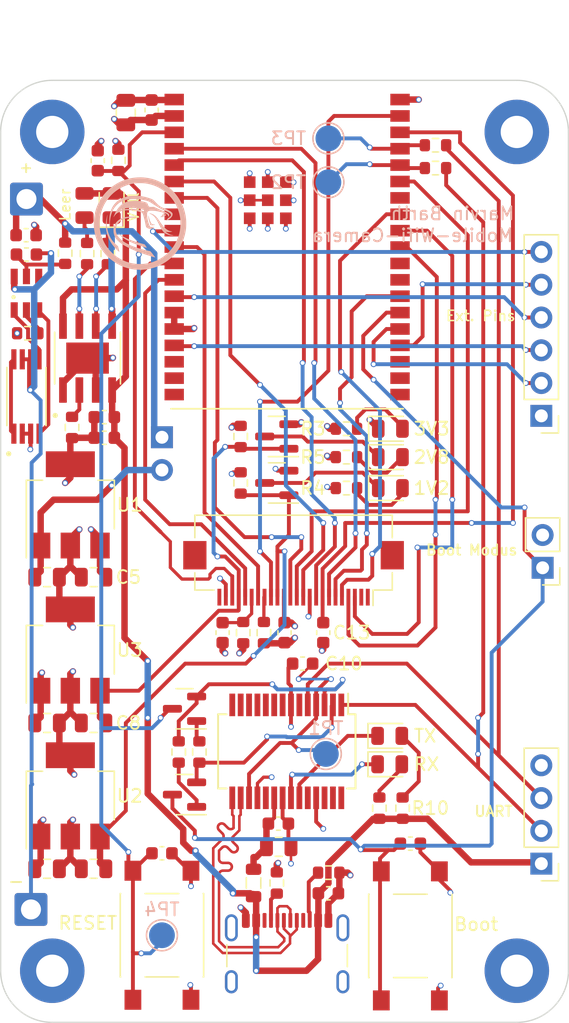
<source format=kicad_pcb>
(kicad_pcb (version 20240108) (generator "pcbnew") (generator_version "8.0")
  (layers (0 "F.Cu" signal "F.Cu SIG") (1 "In1.Cu" power "GND") (2 "In2.Cu" power "+3V3") (31 "B.Cu" signal "B.Cu SIG") (34 "B.Paste" user) (35 "F.Paste" user) (36 "B.SilkS" user "B.Silkscreen") (37 "F.SilkS" user "F.Silkscreen") (38 "B.Mask" user) (39 "F.Mask" user) (44 "Edge.Cuts" user))
  (net 0 "")
  (net 1 "GND")
  (net 2 "/OUT+")
  (net 3 "/VBUS_5V")
  (net 4 "+3V3")
  (net 5 "+1V2")
  (net 6 "Net-(U4-VCC)")
  (net 7 "+2V8")
  (net 8 "Net-(U4-3V3OUT)")
  (net 9 "/ESP_RST")
  (net 10 "/PCLK")
  (net 11 "Net-(1V1-K)")
  (net 12 "/CAM_RST")
  (net 13 "Net-(U7-VCC)")
  (net 14 "Net-(1V1-A)")
  (net 15 "Net-(2V1-K)")
  (net 16 "Net-(2V1-A)")
  (net 17 "/TX_LED")
  (net 18 "/RX_LED")
  (net 19 "Net-(3V1-A)")
  (net 20 "Net-(J1-CC1)")
  (net 21 "Net-(U7-GND)")
  (net 22 "Net-(J6-Pin_1)")
  (net 24 "Net-(J1-CC2)")
  (net 25 "/USB D+")
  (net 26 "/USB D-")
  (net 28 "/Boot Option")
  (net 29 "/EXT_IO2")
  (net 30 "/EXT_IO13")
  (net 31 "/EXT_IO14")
  (net 32 "/EXT_IO15")
  (net 33 "/EXT_IO33")
  (net 36 "/Y4")
  (net 37 "/Y3")
  (net 38 "/Y5")
  (net 39 "/Y2")
  (net 40 "/Y6")
  (net 41 "/Y7")
  (net 42 "/Y8")
  (net 43 "/XCLK")
  (net 44 "/Y9")
  (net 45 "/HREF")
  (net 46 "Net-(J4-Pin_17)")
  (net 47 "/VSYNC")
  (net 48 "/SIOC")
  (net 49 "/SIOD")
  (net 51 "/TX_ESP")
  (net 52 "/RX_ESP")
  (net 53 "Net-(TX1-A)")
  (net 54 "Net-(Leer1-K)")
  (net 55 "Net-(U7-OC)")
  (net 56 "Net-(U7-OD)")
  (net 57 "/CAM_PWR")
  (net 58 "/TX_FT232")
  (net 59 "/RX_FT232")
  (net 60 "Net-(U6-~{STDBY})")
  (net 61 "Net-(U6-~{CHRG})")
  (net 62 "Net-(U6-PROG)")
  (net 63 "Net-(U7-CS)")
  (net 64 "Net-(Q4-G)")
  (net 86 "unconnected-(Q3-Pad1)")
  (net 87 "Net-(Voll1-K)")
  (net 88 "Net-(RX1-A)")
  (net 89 "/RTS")
  (net 90 "Net-(Q5-G)")
  (net 91 "/DTR")
  (footprint "Capacitor_SMD:C_0603_1608Metric" (layer "F.Cu") (at 103.035 83.1 180)
    (property "Reference" "C17" (hide yes))
    (property "Value" "100nF")
  )
  (footprint "Capacitor_SMD:C_0603_1608Metric" (layer "F.Cu") (at 116.525 114.6)
    (property "Reference" "C9" (hide yes))
    (property "Value" "100nF")
  )
  (footprint "Capacitor_SMD:C_0603_1608Metric" (layer "F.Cu") (at 107.5 116.9)
    (property "Reference" "C18" (hide yes))
    (property "Value" "100nF" (hide yes))
  )
  (footprint "Diode_SMD:D_0805_2012Metric" (layer "F.Cu") (at 125.15 110)
    (property "Reference" "RX")
    (property "Value" "Blue")
  )
  (footprint "Resistor_SMD:R_0603_1608Metric" (layer "F.Cu") (at 110.4 109.05 90)
    (property "Reference" "R16" (hide yes))
    (property "Value" "10kR")
  )
  (footprint "Capacitor_SMD:C_0603_1608Metric" (layer "F.Cu") (at 126.75 116.15)
    (property "Reference" "C23" (hide yes))
    (property "Value" "100nF")
  )
  (footprint "Resistor_SMD:R_0603_1608Metric" (layer "F.Cu") (at 113.6 84.6 -90)
    (property "Reference" "R7" (hide yes))
    (property "Value" "10kR")
  )
  (footprint "Resistor_SMD:R_0603_1608Metric" (layer "F.Cu") (at 101.7 70.425 90)
    (property "Reference" "R15" (hide yes))
    (property "Value" "1k")
  )
  (footprint "Capacitor_SMD:C_0603_1608Metric" (layer "F.Cu") (at 96.975 69)
    (property "Reference" "+")
    (property "Value" "10uF")
  )
  (footprint "Capacitor_SMD:C_0805_2012Metric" (layer "F.Cu") (at 98.6 118.1)
    (property "Reference" "C1" (hide yes))
    (property "Value" "1uF")
  )
  (footprint "Connector_PinHeader_2.54mm:PinHeader_1x02_P2.54mm_Vertical" (layer "F.Cu") (at 137 94.775 180)
    (property "Reference" "Boot Modus")
    (property "Value" "Conn_01x02" (hide yes))
  )
  (footprint "Resistor_SMD:R_0603_1608Metric" (layer "F.Cu") (at 121.8 86.2)
    (property "Reference" "R5")
    (property "Value" "1kR")
  )
  (footprint "CustomMade:DW01 SOP127P600X175-9N" (layer "F.Cu") (at 101.735 78.525 90)
    (property "Reference" "U6" (hide yes))
    (property "Value" "TP4056")
  )
  (footprint "Package_TO_SOT_SMD:SOT-223-3_TabPin2" (layer "F.Cu") (at 100.4 101.15 90)
    (property "Reference" "U3")
    (property "Value" "MCP1703Ax-280xxDB")
  )
  (footprint "CustomMade:SOP65P640X120-8N" (layer "F.Cu") (at 97 81.5 90)
    (property "Reference" "Q3" (hide yes))
    (property "Value" "FS8205A" (hide yes))
  )
  (footprint "Connector_PinHeader_2.54mm:PinHeader_1x04_P2.54mm_Vertical" (layer "F.Cu") (at 136.9 117.7 180)
    (property "Reference" "UART")
    (property "Value" "Conn_01x04" (hide yes))
  )
  (footprint "Package_TO_SOT_SMD:SOT-23" (layer "F.Cu") (at 116.4 88.2 180)
    (property "Reference" "Q1" (hide yes))
    (property "Value" "BSS138")
  )
  (footprint "Resistor_SMD:R_0603_1608Metric" (layer "F.Cu") (at 115.4 99.8 90)
    (property "Reference" "R13" (hide yes))
    (property "Value" "1kR")
  )
  (footprint "Resistor_SMD:R_0603_1608Metric" (layer "F.Cu") (at 121.8 84)
    (property "Reference" "R3")
    (property "Value" "1kR")
  )
  (footprint "CustomMade:SOT23-6" (layer "F.Cu") (at 97 73.5)
    (property "Reference" "U7" (hide yes))
    (property "Value" "DW01A")
  )
  (footprint "Inductor_SMD:L_0805_2012Metric" (layer "F.Cu") (at 114.6 119.2 90)
    (property "Reference" "FB1" (hide yes))
    (property "Value" "1k")
  )
  (footprint "Capacitor_SMD:C_0805_2012Metric" (layer "F.Cu") (at 98.6 106.8)
    (property "Reference" "C3" (hide yes))
    (property "Value" "1uF")
  )
  (footprint "MountingHole:MountingHole_2.5mm_Pad_TopBottom" (layer "F.Cu") (at 99 61)
    (property "Reference" "H2" (hide yes))
    (property "Value" "MountingHole_Pad" (hide yes))
  )
  (footprint "Package_TO_SOT_SMD:SOT-223-3_TabPin2" (layer "F.Cu") (at 100.4 112.45 90)
    (property "Reference" "U2")
    (property "Value" "MCP1703Ax-120xxDB")
  )
  (footprint "Capacitor_SMD:C_0603_1608Metric" (layer "F.Cu") (at 103.035 84.7 180)
    (property "Reference" "C16" (hide yes))
    (property "Value" "22uF")
  )
  (footprint "Diode_SMD:D_0805_2012Metric" (layer "F.Cu") (at 125.2 84)
    (property "Reference" "3V3")
    (property "Value" "Blue")
  )
  (footprint "Capacitor_SMD:C_0805_2012Metric" (layer "F.Cu") (at 102.2 106.8 180)
    (property "Reference" "C8")
    (property "Value" "1uF")
  )
  (footprint "Resistor_SMD:R_0603_1608Metric" (layer "F.Cu") (at 113.6 88.2 -90)
    (property "Reference" "R6" (hide yes))
    (property "Value" "10kR")
  )
  (footprint "Connector_USB:USB_C_Receptacle_GCT_USB4105-xx-A_16P_TopMnt_Horizontal" (layer "F.Cu") (at 117.2 125.78)
    (property "Reference" "J1" (hide yes))
    (property "Value" "USB_C_Receptacle_USB2.0" (hide yes))
  )
  (footprint "Capacitor_SMD:C_0603_1608Metric" (layer "F.Cu") (at 117 99.8 90)
    (property "Reference" "C12" (hide yes))
    (property "Value" "100nF" (hide yes))
  )
  (footprint "Package_TO_SOT_SMD:SOT-23" (layer "F.Cu") (at 109.25 112.35 180)
    (property "Reference" "Q5" (hide yes))
    (property "Value" "BSS138")
  )
  (footprint "Resistor_SMD:R_0603_1608Metric" (layer "F.Cu") (at 116.4 119.2 90)
    (property "Reference" "R2" (hide yes))
    (property "Value" "5k1R")
  )
  (footprint "Diode_SMD:D_0805_2012Metric" (layer "F.Cu") (at 125.15 107.8)
    (property "Reference" "TX")
    (property "Value" "Blue")
  )
  (footprint "Resistor_SMD:R_0603_1608Metric" (layer "F.Cu") (at 113.8 99.8 -90)
    (property "Reference" "R18" (hide yes))
    (property "Value" "4k7R")
  )
  (footprint "Resistor_SMD:R_0603_1608Metric" (layer "F.Cu") (at 120.425 118.4)
    (property "Reference" "R1" (hide yes))
    (property "Value" "5k1R")
  )
  (footprint "Capacitor_SMD:C_0603_1608Metric" (layer "F.Cu") (at 106.7 59.3 90)
    (property "Reference" "C14" (hide yes))
    (property "Value" "100nF")
  )
  (footprint "Diode_SMD:D_0805_2012Metric" (layer "F.Cu") (at 125.2 88.6)
    (property "Reference" "1V2")
    (property "Value" "Blue")
  )
  (footprint "Connector_PinHeader_2.54mm:PinHeader_1x06_P2.54mm_Vertical" (layer "F.Cu") (at 136.9 83 180)
    (property "Reference" "Ext. Pins")
    (property "Value" "Conn_01x06" (hide yes))
  )
  (footprint "Resistor_SMD:R_0603_1608Metric" (layer "F.Cu") (at 121.8 88.6)
    (property "Reference" "R4")
    (property "Value" "1kR")
  )
  (footprint "Package_SO:SSOP-28_5.3x10.2mm_P0.65mm" (layer "F.Cu") (at 117.175 109 -90)
    (property "Reference" "U4" (hide yes))
    (property "Value" "FT232RL")
  )
  (footprint "Package_TO_SOT_SMD:SOT-23" (layer "F.Cu") (at 109.25 105.7 180)
    (property "Reference" "Q4" (hide yes))
    (property "Value" "BSS138")
  )
  (footprint "Connector_Wire:SolderWire-0.75sqmm_1x01_D1.25mm_OD2.3mm" (layer "F.Cu") (at 97.35 121.25)
    (property "Reference" "-")
    (property "Value" "Bat-")
  )
  (footprint "Connector_FFC-FPC:Hirose_FH12-24S-0.5SH_1x24-1MP_P0.50mm_Horizontal" (layer "F.Cu") (at 117.7 95.2 180)
    (property "Reference" "J4" (hide yes))
    (property "Value" "Conn_01x24")
  )
  (footprint "Capacitor_SMD:C_0603_1608Metric" (layer "F.Cu") (at 97 70.5)
    (property "Reference" "C20" (hide yes))
    (property "Value" "100nF" (hide yes))
  )
  (footprint "Button_Switch_SMD:SW_Push_1P1T_NO_6x6mm_H9.5mm" (layer "F.Cu") (at 107.5 123.25 90)
    (property "Reference" "RESET")
    (property "Value" "SW_Push")
  )
  (footprint "Resistor_SMD:R_0603_1608Metric" (layer "F.Cu") (at 103.3 70.425 90)
    (property "Reference" "R14" (hide yes))
    (property "Value" "1k")
  )
  (footprint "Capacitor_SMD:C_0603_1608Metric" (layer "F.Cu") (at 118.4 102.2 180)
    (property "Reference" "C10")
    (property "Value" "100nF" (hide yes))
  )
  (footprint "Connector_PinHeader_2.54mm:PinHeader_1x02_P2.54mm_Vertical" (layer "F.Cu") (at 107.5 84.66)
    (property "Reference" "J6" (hide yes))
    (property "Value" "Conn_01x02")
  )
  (footprint "Capacitor_SMD:C_0805_2012Metric" (layer "F.Cu") (at 116.55 116.4)
    (property "Reference" "C7" (hide yes))
    (property "Value" "4.7uF")
  )
  (footprint "MountingHole:MountingHole_2.5mm_Pad_TopBottom" (layer "F.Cu") (at 135 126)
    (property "Reference" "H3" (hide yes))
    (property "Value" "MountingHole_Pad" (hide yes))
  )
  (footprint "MountingHole:MountingHole_2.5mm_Pad_TopBottom" (layer "F.Cu") (at 135 61)
    (property "Reference" "H1" (hide yes))
    (property "Value" "MountingHole_Pad" (hide yes))
  )
  (footprint "Resistor_SMD:R_0603_1608Metric" (layer "F.Cu") (at 126.15 113.4 -90)
    (property "Reference" "R10")
    (property "Value" "1kR")
  )
  (footprint "Connector_Wire:SolderWire-0.75sqmm_1x01_D1.25mm_OD2.3mm" (layer "F.Cu") (at 97 66.2)
    (property "Reference" "H5" (hide yes))
    (property "Value" "Bat+" (hide yes))
  )
  (footprint "Button_Switch_SMD:SW_Push_1P1T_NO_6x6mm_H9.5mm" (layer "F.Cu") (at 126.75 123.3 90)
    (property "Reference" "Boot")
    (property "Value" "SW_Push")
  )
  (footprint "Resistor_SMD:R_0603_1608Metric" (layer "F.Cu") (at 100 70.4 90)
    (property "Reference" "R20" (hide yes))
    (property "Value" "100R")
  )
  (footprint "Capacitor_SMD:C_0603_1608Metric" (layer "F.Cu") (at 102.525 63.225 90)
    (property "Reference" "C11" (hide yes))
    (property "Value" "1uF")
  )
  (footprint "Capacitor_SMD:C_0603_1608Metric" (layer "F.Cu") (at 120 99.8 90)
    (property "Reference" "C13")
    (property "Value" "15pF" (hide yes))
  )
  (footprint "Capacitor_SMD:C_0805_2012Metric" (layer "F.Cu") (at 102.2 95.5 180)
    (property "Reference" "C5")
    (property "Value" "1uF")
  )
  (footprint "Resistor_SMD:R_0603_1608Metric" (layer "F.Cu") (at 128.7 62.03 180)
    (property "Reference" "R9" (hide yes))
    (property "Value" "0R")
  )
  (footprint "Diode_SMD:D_0805_2012Metric" (layer "F.Cu") (at 125.2 86.2)
    (property "Reference" "2V8")
    (property "Value" "Blue")
  )
  (footprint "MountingHole:MountingHole_2.5mm_Pad_TopBottom" (layer "F.Cu") (at 99 126)
    (property "Reference" "H4" (hide yes))
    (property "Value" "MountingHole_Pad" (hide yes))
  )
  (footprint "Resistor_SMD:R_0603_1608Metric" (layer "F.Cu") (at 100.535 83.9 -90)
    (property "Reference" "R17" (hide yes))
    (property "Value" "1.2kR")
  )
  (footprint "Resistor_SMD:R_0603_1608Metric" (layer "F.Cu") (at 128.7 63.8 180)
    (property "Reference" "R8" (hide yes))
    (property "Value" "0R")
  )
  (footprint "Capacitor_SMD:C_0805_2012Metric" (layer "F.Cu") (at 102.2 118.1 180)
    (property "Reference" "C6" (hide yes))
    (property "Value" "1uF")
  )
  (footprint "Package_TO_SOT_SMD:SOT-23" (layer "F.Cu") (at 116.4 84.6 180)
    (property "Reference" "Q2" (hide yes))
    (property "Value" "BSS138")
  )
  (footprint "Capacitor_SMD:C_0805_2012Metric" (layer "F.Cu") (at 104.7 59.5 90)
    (property "Reference" "C15" (hide yes))
    (property "Value" "22uF")
  )
  (footprint "Package_TO_SOT_SMD:SOT-223-3_TabPin2" (layer "F.Cu") (at 100.4 89.9 90)
    (property "Reference" "U1")
    (property "Value" "MCP1703Ax-330xxDB")
  )
  (footprint "Resistor_SMD:R_0603_1608Metric" (layer "F.Cu") (at 124.35 113.4 -90)
    (property "Reference" "R11" (hide yes))
    (property "Value" "1kR" (hide yes))
  )
  (footprint "Resistor_SMD:R_0603_1608Metric" (layer "F.Cu") (at 97.1 76.6 180)
    (property "Reference" "R19" (hide yes))
    (property "Value" "1k")
  )
  (footprint "Capacitor_SMD:C_0603_1608Metric" (layer "F.Cu") (at 120.4 120)
    (property "Reference" "C4" (hide yes))
    (property "Value" "10nF")
  )
  (footprint "Diode_SMD:D_0805_2012Metric" (layer "F.Cu") (at 101.5 66.7 90)
    (property "Reference" "Leer")
    (property "Value" "D7")
  )
  (footprint "Resistor_SMD:R_0603_1608Metric" (layer "F.Cu") (at 108.8 109.05 -90)
    (property "Reference" "R21" (hide yes))
    (property "Value" "10kR")
  )
  (footprint "Capacitor_SMD:C_0805_2012Metric" (layer "F.Cu") (at 98.6 95.5)
    (property "Reference" "C2" (hide yes))
    (property "Value" "1uF")
  )
  (footprint "Resistor_SMD:R_0603_1608Metric" (layer "F.Cu") (at 104.125 63.2 -90)
    (property "Reference" "R12" (hide yes))
    (property "Value" "10kR")
  )
  (footprint "Capacitor_SMD:C_0603_1608Metric" (layer "F.Cu") (at 112.2 99.8 -90)
    (property "Reference" "C19" (hide yes))
    (property "Value" "100nF" (hide yes))
  )
  (footprint "Diode_SMD:D_0805_2012Metric" (layer "F.Cu") (at 103.6 66.7 90)
    (property "Reference" "Voll")
    (property "Value" "D6")
  )
  (footprint "CustomMade:ESP32-WROVER-E-N8R8" (layer "F.Cu") (at 117.2 66.75)
    (property "Reference" "U5" (hide yes))
    (property "Value" "ESP32-WROVER-E-N8R8")
  )
  (footprint "TestPoint:TestPoint_Pad_D2.0mm" (layer "B.Cu") (at 120.4 61.5 180)
    (property "Reference" "TP3")
    (property "Value" "TestPoint_Probe")
  )
  (footprint "TestPoint:TestPoint_Pad_D2.0mm" (layer "B.Cu") (at 107.5 123.25 180)
    (property "Reference" "TP4")
    (property "Value" "TestPoint_Probe")
  )
  (footprint "TestPoint:TestPoint_Pad_D2.0mm" (layer "B.Cu") (at 120.4 64.9 180)
    (property "Reference" "TP2")
    (property "Value" "TestPoint_Probe")
  )
  (footprint "CustomMade:VPX" (layer "B.Cu") (at 105.8 68.1 180)
    (property "Reference" "G***" (hide yes))
    (property "Value" "LOGO" (hide yes))
  )
  (footprint "TestPoint:TestPoint_Pad_D2.0mm" (layer "B.Cu") (at 120.2 109.2 180)
    (property "Reference" "TP1")
    (property "Value" "TestPoint_Probe")
  )
  (gr_arc (start 139 126) (mid 137.828427 128.828427) (end 135 130) (stroke (width 0.1)) (layer "Edge.Cuts"))
  (gr_arc (start 135 57) (mid 137.828427 58.171573) (end 139 61) (stroke (width 0.1)) (layer "Edge.Cuts"))
  (gr_line (start 95 61) (end 95 126) (stroke (width 0.1)) (layer "Edge.Cuts"))
  (gr_line (start 139 126) (end 139 61) (stroke (width 0.1)) (layer "Edge.Cuts"))
  (gr_line (start 99 130) (end 135 130) (stroke (width 0.1)) (layer "Edge.Cuts"))
  (gr_arc (start 95 61) (mid 96.171573 58.171573) (end 99 57) (stroke (width 0.1)) (layer "Edge.Cuts"))
  (gr_arc (start 99 130) (mid 96.171573 128.828427) (end 95 126) (stroke (width 0.1)) (layer "Edge.Cuts"))
  (gr_line (start 135 57) (end 99 57) (stroke (width 0.1)) (layer "Edge.Cuts"))
  (gr_text "Mobile-Wifi-Camera" (at 134.8 69.6 0) (layer "B.SilkS") (effects (font (size 1 1)) (justify left bottom mirror)))
  (gr_text "Marvin Barth" (at 134.9 67.9 0) (layer "B.SilkS") (effects (font (size 1 1)) (justify left bottom mirror)))
  (segment (start 114.9 111.475) (end 115.375 111) (width 0.25) (layer "F.Cu") (net 1))
  (segment (start 116.85 112.6) (end 116.85 114.15) (width 0.3) (layer "F.Cu") (net 1))
  (segment (start 113.6 66.3) (end 113.92934 66.3) (width 0.3) (layer "F.Cu") (net 1))
  (segment (start 129.85 119.8) (end 129.85 119.95) (width 0.3) (layer "F.Cu") (net 1))
  (segment (start 100.4 105.95) (end 99.55 106.8) (width 0.5) (layer "F.Cu") (net 1))
  (segment (start 115.4 100.625) (end 116.95 100.625) (width 0.5) (layer "F.Cu") (net 1))
  (segment (start 99.55 95.5) (end 99.55 97.15) (width 0.5) (layer "F.Cu") (net 1))
  (segment (start 109.75 127.15) (end 109.75 128.775) (width 0.3) (layer "F.Cu") (net 1))
  (segment (start 117 100.575) (end 117.425 100.575) (width 0.5) (layer "F.Cu") (net 1))
  (segment (start 124.2625 83.9625) (end 123.6 83.3) (width 0.5) (layer "F.Cu") (net 1))
  (segment (start 127.525 116.825) (end 127.525 116.15) (width 0.3) (layer "F.Cu") (net 1))
  (segment (start 113.6 83.775) (end 113.025 83.775) (width 0.5) (layer "F.Cu") (net 1))
  (segment (start 101.25 106.8) (end 100.4 105.95) (width 0.5) (layer "F.Cu") (net 1))
  (segment (start 106.735 58.49) (end 106.7 58.525) (width 0.5) (layer "F.Cu") (net 1))
  (segment (start 102.525 62.45) (end 102.525 61.975) (width 0.5) (layer "F.Cu") (net 1))
  (segment (start 108.415 58.525) (end 108.45 58.49) (width 0.5) (layer "F.Cu") (net 1))
  (segment (start 121.9 118.4) (end 122.1 118.6) (width 0.5) (layer "F.Cu") (net 1))
  (segment (start 117.47066 64.9) (end 117.41066 64.84) (width 0.3) (layer "F.Cu") (net 1))
  (segment (start 129 118.3) (end 127.525 116.825) (width 0.3) (layer "F.Cu") (net 1))
  (segment (start 100.56 84.7) (end 100.535 84.725) (width 0.5) (layer "F.Cu") (net 1))
  (segment (start 113.025 83.775) (end 112.9 83.9) (width 0.5) (layer "F.Cu") (net 1))
  (segment (start 99.55 108.45) (end 100.4 109.3) (width 0.5) (layer "F.Cu") (net 1))
  (segment (start 113.6 87.375) (end 113.025 87.375) (width 0.3) (layer "F.Cu") (net 1))
  (segment (start 100.4 110.5) (end 100.7 110.8) (width 0.5) (layer "F.Cu") (net 1))
  (segment (start 101.735 78.525) (end 103.675 78.525) (width 0.5) (layer "F.Cu") (net 1))
  (segment (start 114.3 64.2) (end 114.25 64.57934) (width 0.3) (layer "F.Cu") (net 1))
  (segment (start 99.55 97.15) (end 100.4 98) (width 0.5) (layer "F.Cu") (net 1))
  (segment (start 120 101.1) (end 119.9 101.2) (width 0.5) (layer "F.Cu") (net 1))
  (segment (start 117.3 103.731371) (end 117.5 103.931371) (width 0.3) (layer "F.Cu") (net 1))
  (segment (start 120 100.575) (end 120 101.1) (width 0.5) (layer "F.Cu") (net 1))
  (segment (start 102.37 79.16) (end 102.37 81) (width 0.5) (layer "F.Cu") (net 1))
  (segment (start 129.1 127.15) (end 128.9 127.35) (width 0.3) (layer "F.Cu") (net 1))
  (segment (start 99.83 80.43) (end 99.83 81) (width 0.5) (layer "F.Cu") (net 1))
  (segment (start 121.25 118.4) (end 121.25 119.925) (width 0.5) (layer "F.Cu") (net 1))
  (segment (start 116.85 114.15) (end 117.3 114.6) (width 0.3) (layer "F.Cu") (net 1))
  (segment (start 101.735 78.525) (end 102.37 79.16) (width 0.5) (layer "F.Cu") (net 1))
  (segment (start 100.4 99.2) (end 100.6 99.4) (width 0.5) (layer "F.Cu") (net 1))
  (segment (start 100.4 115.6) (end 100.4 114.5) (width 0.5) (layer "F.Cu") (net 1))
  (segment (start 100.4 94.65) (end 100.4 93.05) (width 0.5) (layer "F.Cu") (net 1))
  (segment (start 117.5 103.931371) (end 117.5 105.4) (width 0.3) (layer "F.Cu") (net 1))
  (segment (start 97.75 68.35) (end 97.6 68.2) (width 0.5) (layer "F.Cu") (net 1))
  (segment (start 100.4 114.5) (end 100.6 114.3) (width 0.5) (layer "F.Cu") (net 1))
  (segment (start 115.375 111) (end 116 111) (width 0.25) (layer "F.Cu") (net 1))
  (segment (start 100.4 105.95) (end 100.4 104.3) (width 0.5) (layer "F.Cu") (net 1))
  (segment (start 118.85 98.55) (end 118.95 98.45) (width 0.3) (layer "F.Cu") (net 1))
  (segment (start 117.1 68.5) (end 117.1 68.05066) (width 0.3) (layer "F.Cu") (net 1))
  (segment (start 99.55 106.8) (end 99.55 108.45) (width 0.5) (layer "F.Cu") (net 1))
  (segment (start 96.675 84.38) (end 97.325 84.38) (width 0.3) (layer "F.Cu") (net 1))
  (segment (start 100.4 94.65) (end 101.25 95.5) (width 0.5) (layer "F.Cu") (net 1))
  (segment (start 100.4 92.5) (end 101.1 91.8) (width 0.5) (layer "F.Cu") (net 1))
  (segment (start 104.7 58.55) (end 104.25 58.55) (width 0.5) (layer "F.Cu") (net 1))
  (segment (start 97.325 84.38) (end 97.325 85.575) (width 0.3) (layer "F.Cu") (net 1))
  (segment (start 100.4 104.3) (end 100.4 103) (width 0.5) (layer "F.Cu") (net 1))
  (segment (start 109.93 76.27) (end 110 76.2) (width 0.5) (layer "F.Cu") (net 1))
  (segment (start 103.675 78.525) (end 103.7 78.5) (width 0.5) (layer "F.Cu") (net 1))
  (segment (start 119.45 114.45) (end 120 115) (width 0.3) (layer "F.Cu") (net 1))
  (segment (start 106.7 58.525) (end 108.415 58.525) (width 0.5) (layer "F.Cu") (net 1))
  (segment (start 117.3 102.525) (end 117.3 103.731371) (width 0.3) (layer "F.Cu") (net 1))
  (segment (start 112.2 101.2) (end 112.4 101.4) (width 0.5) (layer "F.Cu") (net 1))
  (segment (start 108.45 76.27) (end 109.93 76.27) (width 0.5) (layer "F.Cu") (net 1))
  (segment (start 117.5 105.4) (end 117.5 107.1) (width 0.3) (layer "F.Cu") (net 1))
  (segment (start 102.525 61.975) (end 102.8 61.7) (width 0.5) (layer "F.Cu") (net 1))
  (segment (start 112.2 100.575) (end 112.2 101.2) (width 0.5) (layer "F.Cu") (net 1))
  (segment (start 117.5 116.2) (end 117.5 117.7) (width 0.2) (layer "F.Cu") (net 1))
  (segment (start 100.4 87.8) (end 100 88.2) (width 0.5) (layer "F.Cu") (net 1))
  (segment (start 108.525 117) (end 108.525 117.025) (width 0.3) (layer "F.Cu") (net 1))
  (segment (start 109.7 127.1) (end 109.75 127.15) (width 0.3) (layer "F.Cu") (net 1))
  (segment (start 116.4 117.75) (end 116.4 118.375) (width 0.5) (layer "F.Cu") (net 1))
  (segment (start 118.15 83.65) (end 118.3 83.5) (width 0.5) (layer "F.Cu") (net 1))
  (segment (start 128.9 127.35) (end 128.9 128.85) (width 0.3) (layer "F.Cu") (net 1))
  (segment (start 115.7 68.5) (end 115.7 68.05066) (width 0.3) (layer "F.Cu") (net 1))
  (segment (start 106.7 58.525) (end 104.725 58.525) (width 0.5) (layer "F.Cu") (net 1))
  (segment (start 100.4 84.86) (end 100.535 84.725) (width 0.5) (layer "F.Cu") (net 1))
  (segment (start 100.4 117.25) (end 100.4 115.6) (width 0.5) (layer "F.Cu") (net 1))
  (segment (start 100.4 86.75) (end 100.4 87.8) (width 0.5) (layer "F.Cu") (net 1))
  (segment (start 100.4 109.3) (end 100.4 110.5) (width 0.5) (layer "F.Cu") (net 1))
  (segment (start 100.4 103) (end 100.6 102.8) (width 0.5) (layer "F.Cu") (net 1))
  (segment (start 108.45 75) (end 108.45 76.27) (width 0.5) (layer "F.Cu") (net 1))
  (segment (start 109.75 119.45) (end 109.75 118.25) (width 0.3) (layer "F.Cu") (net 1))
  (segment (start 104.725 58.525) (end 104.7 58.55) (width 0.5) (layer "F.Cu") (net 1))
  (segment (start 100.4 93.05) (end 100.4 92.5) (width 0.5) (layer "F.Cu") (net 1))
  (segment (start 109.75 118.25) (end 109.625 118.25) (width 0.3) (layer "F.Cu") (net 1))
  (segment (start 114 121.5) (end 113.6 121.1) (width 0.5) (layer "F.Cu") (net 1))
  (segment (start 99.55 118.1) (end 100.4 117.25) (width 0.5) (layer "F.Cu") (net 1))
  (segment (start 109.625 118.25) (end 108.275 116.9) (width 0.3) (layer "F.Cu") (net 1))
  (segment (start 114.9 112.6) (end 114.9 111.475) (width 0.25) (layer "F.Cu") (net 1))
  (segment (start 114.3 68.05066) (end 114.25 68.00066) (width 0.3) (layer "F.Cu") (net 1))
  (segment (start 117.3375 83.65) (end 118.15 83.65) (width 0.5) (layer "F.Cu") (net 1))
  (segment (start 115.7 64.1) (end 115.7 64.52934) (width 0.3) (layer "F.Cu") (net 1))
  (segment (start 114.3 64.52934) (end 114.3 64.2) (width 0.3) (layer "F.Cu") (net 1))
  (segment (start 119.45 112.6) (end 119.45 114.45) (width 0.3) (layer "F.Cu") (net 1))
  (segment (start 112 95.6) (end 112.45 96.05) (width 0.3) (layer "F.Cu") (net 1))
  (segment (start 120.4 122.1) (end 120.4 120.775) (width 0.5) (layer "F.Cu") (net 1))
  (segment (start 100.4 117.25) (end 101.25 118.1) (width 0.5) (layer "F.Cu") (net 1))
  (segment (start 100.4 86.75) (end 100.4 84.86) (width 0.5) (layer "F.Cu") (net 1))
  (segment (start 102.26 84.7) (end 100.56 84.7) (width 0.5) (layer "F.Cu") (net 1))
  (segment (start 113.025 87.375) (end 112.9 87.5) (width 0.3) (layer "F.Cu") (net 1))
  (segment (start 99.55 95.5) (end 100.4 94.65) (width 0.5) (layer "F.Cu") (net 1))
  (segment (start 116.5 117.65) (end 116.4 117.75) (width 0.5) (layer "F.Cu") (net 1))
  (segment (start 100.4 92.4) (end 100.4 93.05) (width 0.5) (layer "F.Cu") (net 1))
  (segment (start 125.95 58.49) (end 127.39 58.49) (width 0.5) (layer "F.Cu") (net 1))
  (segment (start 97.325 85.575) (end 97.3 85.6) (width 0.3) (layer "F.Cu") (net 1))
  (segment (start 97.75 69) (end 97.75 68.35) (width 0.5) (layer "F.Cu") (net 1))
  (segment (start 112.45 96.05) (end 112.45 97) (width 0.3) (layer "F.Cu") (net 1))
  (segment (start 128.9 118.85) (end 129.85 119.8) (width 0.3) (layer "F.Cu") (net 1))
  (segment (start 117.3375 87.25) (end 116.45 87.25) (width 0.3) (layer "F.Cu") (net 1))
  (segment (start 117.3 116) (end 117.5 116.2) (width 0.3) (layer "F.Cu") (net 1))
  (segment (start 114 122.1) (end 114 121.5) (width 0.5) (layer "F.Cu") (net 1))
  (segment (start 124.2625 84) (end 124.2625 83.9625) (width 0.5) (layer "F.Cu") (net 1))
  (segment (start 117.7 66.3) (end 117.47066 66.3) (width 0.3) (layer "F.Cu") (net 1))
  (segment (start 100.4 98) (end 100.4 99.2) (width 0.5) (layer "F.Cu") (net 1))
  (segment (start 114.3 68.5) (end 114.3 68.05066) (width 0.3) (layer "F.Cu") (net 1))
  (segment (start 117.625 102.2) (end 117.3 102.525) (width 0.3) (layer "F.Cu") (net 1))
  (segment (start 116.95 100.625) (end 117 100.575) (width 0.5) (layer "F.Cu") (net 1))
  (segment (start 121.25 118.4) (end 121.9 118.4) (width 0.5) (layer "F.Cu") (net 1))
  (segment (start 124.2625 84) (end 124.2625 84.0375) (width 0.5) (layer "F.Cu") (net 1))
  (segment (start 117.7 64.9) (end 117.47066 64.9) (width 0.3) (layer "F.Cu") (net 1))
  (segment (start 127.39 58.49) (end 127.4 58.5) (width 0.5) (layer "F.Cu") (net 1))
  (segment (start 117.425 100.575) (end 117.8 100.2) (width 0.5) (layer "F.Cu") (net 1))
  (segment (start 104.25 58.55) (end 103.8 59) (width 0.5) (layer "F.Cu") (net 1))
  (segment (start 120.4 120.775) (end 121.175 120) (width 0.5) (layer "F.Cu") (net 1))
  (segment (start 102.26 84.7) (end 102.26 83.1) (width 0.5) (layer "F.Cu") (net 1))
  (segment (start 118.95 98.45) (end 118.95 97) (width 0.3) (layer "F.Cu") (net 1))
  (segment (start 121.25 119.925) (end 121.175 120) (width 0.5) (layer "F.Cu") (net 1))
  (segment (start 117.1 68.05066) (end 117.15 68.00066) (width 0.3) (layer "F.Cu") (net 1))
  (segment (start 116.45 87.25) (end 116.3 87.1) (width 0.3) (layer "F.Cu") (net 1))
  (segment (start 101.735 78.525) (end 99.83 80.43) (width 0.5) (layer "F.Cu") (net 1))
  (segment (start 117.3 114.6) (end 117.3 116) (width 0.3) (layer "F.Cu") (net 1))
  (segment (start 114.3 66.29) (end 115.7 66.29) (width 0.2) (layer "F.Cu") (net 1))
  (via (at 109.75 119.45) (size 0.45) (drill 0.3) (layers "F.Cu" "B.Cu") (net 1))
  (via (at 103.7 78.5) (size 0.45) (drill 0.3) (layers "F.Cu" "B.Cu") (net 1))
  (via (at 123.6 83.3) (size 0.45) (drill 0.3) (layers "F.Cu" "B.Cu") (net 1))
  (via (at 120 115) (size 0.45) (drill 0.3) (layers "F.Cu" "B.Cu") (net 1))
  (via (at 110 76.2) (size 0.45) (drill 0.3) (layers "F.Cu" "B.Cu") (net 1))
  (via (at 116 111) (size 0.45) (drill 0.3) (layers "F.Cu" "B.Cu") (net 1))
  (via (at 117.7 64.9) (size 0.45) (drill 0.3) (layers "F.Cu" "B.Cu") (net 1))
  (via (at 100.7 110.8) (size 0.45) (drill 0.3) (layers "F.Cu" "B.Cu") (net 1))
  (via (at 112 95.6) (size 0.45) (drill 0.3) (layers "F.Cu" "B.Cu") (net 1))
  (via (at 127.4 58.5) (size 0.45) (drill 0.3) (layers "F.Cu" "B.Cu") (net 1))
  (via (at 117.5 107.1) (size 0.45) (drill 0.3) (layers "F.Cu" "B.Cu") (net 1))
  (via (at 112.9 83.9) (size 0.45) (drill 0.3) (layers "F.Cu" "B.Cu") (net 1))
  (via (at 103.8 59) (size 0.45) (drill 0.3) (layers "F.Cu" "B.Cu") (net 1))
  (via (at 116.5 117.65) (size 0.45) (drill 0.3) (layers "F.Cu" "B.Cu") (net 1))
  (via (at 129.85 119.95) (size 0.45) (drill 0.3) (layers "F.Cu" "B.Cu") (net 1))
  (via (at 117.1 68.5) (size 0.45) (drill 0.3) (layers "F.Cu" "B.Cu") (net 1))
  (via (at 117.5 117.7) (size 0.45) (drill 0.3) (layers "F.Cu" "B.Cu") (net 1))
  (via (at 129.1 127.15) (size 0.45) (drill 0.3) (layers "F.Cu" "B.Cu") (net 1))
  (via (at 100.6 99.4) (size 0.45) (drill 0.3) (layers "F.Cu" "B.Cu") (net 1))
  (via (at 97.6 68.2) (size 0.45) (drill 0.3) (layers "F.Cu" "B.Cu") (net 1))
  (via (at 119.9 101.2) (size 0.45) (drill 0.3) (layers "F.Cu" "B.Cu") (net 1))
  (via (at 102.8 61.7) (size 0.45) (drill 0.3) (layers "F.Cu" "B.Cu") (net 1))
  (via (at 116.3 87.1) (size 0.45) (drill 0.3) (layers "F.Cu" "B.Cu") (net 1))
  (via (at 117.7 66.3) (size 0.45) (drill 0.3) (layers "F.Cu" "B.Cu") (net 1))
  (via (at 118.85 98.55) (size 0.45) (drill 0.3) (layers "F.Cu" "B.Cu") (net 1))
  (via (at 117.8 100.2) (size 0.45) (drill 0.3) (layers "F.Cu" "B.Cu") (net 1))
  (via (at 97.3 85.6) (size 0.45) (drill 0.3) (layers "F.Cu" "B.Cu") (net 1))
  (via (at 114.3 64.2) (size 0.45) (drill 0.3) (layers "F.Cu" "B.Cu") (net 1))
  (via (at 115.7 64.1) (size 0.45) (drill 0.3) (layers "F.Cu" "B.Cu") (net 1))
  (via (at 115.7 68.5) (size 0.45) (drill 0.3) (layers "F.Cu" "B.Cu") (net 1))
  (via (at 113.6 121.1) (size 0.45) (drill 0.3) (layers "F.Cu" "B.Cu") (net 1))
  (via (at 118.3 83.5) (size 0.45) (drill 0.3) (layers "F.Cu" "B.Cu") (net 1))
  (via (at 100.6 102.8) (size 0.45) (drill 0.3) (layers "F.Cu" "B.Cu") (net 1))
  (via (at 96.275 76.6) (size 0.45) (drill 0.3) (layers "F.Cu" "B.Cu") (net 1))
  (via (at 112.4 101.4) (size 0.45) (drill 0.3) (layers "F.Cu" "B.Cu") (net 1))
  (via (at 100 88.2) (size 0.45) (drill 0.3) (layers "F.Cu" "B.Cu") (net 1))
  (via (at 109.7 127.1) (size 0.45) (drill 0.3) (layers "F.Cu" "B.Cu") (net 1))
  (via (at 122.1 118.6) (size 0.45) (drill 0.3) (layers "F.Cu" "B.Cu") (net 1))
  (via (at 100.6 114.3) (size 0.45) (drill 0.3) (layers "F.Cu" "B.Cu") (net 1))
  (via (at 114.3 68.5) (size 0.45) (drill 0.3) (layers "F.Cu" "B.Cu") (net 1))
  (via (at 101.1 91.8) (size 0.45) (drill 0.3) (layers "F.Cu" "B.Cu") (net 1))
  (via (at 112.9 87.5) (size 0.45) (drill 0.3) (layers "F.Cu" "B.Cu") (net 1))
  (via (at 113.6 66.3) (size 0.45) (drill 0.3) (layers "F.Cu" "B.Cu") (net 1))
  (segment (start 97.65 93.5) (end 98.1 93.05) (width 0.5) (layer "F.Cu") (net 2))
  (segment (start 103.6 88.4) (end 102.5 89.5) (width 0.5) (layer "F.Cu") (net 2))
  (segment (start 98.1 93.05) (end 97.6 92.55) (width 0.5) (layer "F.Cu") (net 2))
  (segment (start 98.1 90.5) (end 98.1 93.05) (width 0.5) (layer "F.Cu") (net 2))
  (segment (start 98.1 93.05) (end 98.1 95.05) (width 0.5) (layer "F.Cu") (net 2))
  (segment (start 98.1 95.05) (end 97.65 95.5) (width 0.5) (layer "F.Cu") (net 2))
  (segment (start 99.1 89.5) (end 98.1 90.5) (width 0.5) (layer "F.Cu") (net 2))
  (segment (start 102.5 89.5) (end 99.1 89.5) (width 0.5) (layer "F.Cu") (net 2))
  (via (at 103.6 88.4) (size 0.45) (drill 0.3) (layers "F.Cu" "B.Cu") (net 2))
  (segment (start 104.8 87.2) (end 103.6 88.4) (width 0.5) (layer "B.Cu") (net 2))
  (segment (start 107.5 87.2) (end 104.8 87.2) (width 0.5) (layer "B.Cu") (net 2))
  (segment (start 104.7 79.94) (end 104.7 72.5) (width 0.5) (layer "F.Cu") (net 3))
  (segment (start 123.875 114.225) (end 120.4 117.7) (width 0.5) (layer "F.Cu") (net 3))
  (segment (start 109.15 116.072793) (end 109.15 115.027818) (width 0.5) (layer "F.Cu") (net 3))
  (segment (start 114.6 120.2625) (end 114.6 120.0625) (width 0.3) (layer "F.Cu") (net 3))
  (segment (start 118.7 126) (end 114.8 126) (width 0.5) (layer "F.Cu") (net 3))
  (segment (start 103.6 65.7625) (end 104.2625 65.7625) (width 0.5) (layer "F.Cu") (net 3))
  (segment (start 119.6 125.1) (end 118.7 126) (width 0.5) (layer "F.Cu") (net 3))
  (segment (start 104.2625 65.7625) (end 104.7 66.2) (width 0.5) (layer "F.Cu") (net 3))
  (segment (start 103.64 81) (end 104.7 79.94) (width 0.5) (layer "F.Cu") (net 3))
  (segment (start 103.81 83.1) (end 103.81 84.7) (width 0.5) (layer "F.Cu") (net 3))
  (segment (start 120.4 119.225) (end 119.625 120) (width 0.5) (layer "F.Cu") (net 3))
  (segment (start 99.83 73.87) (end 99.83 76.05) (width 0.5) (layer "F.Cu") (net 3))
  (segment (start 114.3625 120.0625) (end 114.6 120.0625) (width 0.5) (layer "F.Cu") (net 3))
  (segment (start 114.8 122.1) (end 114.8 120.2625) (width 0.5) (layer "F.Cu") (net 3))
  (segment (start 110.1 116.7) (end 109.777207 116.7) (width 0.5) (layer "F.Cu") (net 3))
  (segment (start 119.625 122.075) (end 119.6 122.1) (width 0.5) (layer "F.Cu") (net 3))
  (segment (start 126.15 114.225) (end 128.075 114.225) (width 0.5) (layer "F.Cu") (net 3))
  (segment (start 103.81 84.7) (end 104.6 85.49) (width 0.5) (layer "F.Cu") (net 3))
  (segment (start 109.15 115.027818) (end 106.4 112.277818) (width 0.5) (layer "F.Cu") (net 3))
  (segment (start 128.075 114.225) (end 131.45 117.6) (width 0.5) (layer "F.Cu") (net 3))
  (segment (start 113 120) (end 114.3375 120) (width 0.5) (layer "F.Cu") (net 3))
  (segment (start 104.6 85.49) (end 104.6 100.2) (width 0.5) (layer "F.Cu") (net 3))
  (segment (start 104.7 72.5) (end 104 73.2) (width 0.5) (layer "F.Cu") (net 3))
  (segment (start 119.6 122.1) (end 119.6 125.1) (width 0.5) (layer "F.Cu") (net 3))
  (segment (start 109.777207 116.7) (end 109.15 116.072793) (width 0.5) (layer "F.Cu") (net 3))
  (segment (start 114.8 123.4) (end 114.8 122.1) (width 0.5) (layer "F.Cu") (net 3))
  (segment (start 100.5 73.2) (end 99.83 73.87) (width 0.5) (layer "F.Cu") (net 3))
  (segment (start 124.35 114.225) (end 126.15 114.225) (width 0.5) (layer "F.Cu") (net 3))
  (segment (start 106.4 112.277818) (end 106.4 106.4) (width 0.5) (layer "F.Cu") (net 3))
  (segment (start 131.45 117.6) (end 136.8 117.6) (width 0.5) (layer "F.Cu") (net 3))
  (segment (start 120.4 117.7) (end 120.4 119.225) (width 0.5) (layer "F.Cu") (net 3))
  (segment (start 124.35 114.225) (end 123.875 114.225) (width 0.5) (layer "F.Cu") (net 3))
  (segment (start 119.625 120) (end 119.625 122.075) (width 0.5) (layer "F.Cu") (net 3))
  (segment (start 104.6 100.2) (end 106.4 102) (width 0.5) (layer "F.Cu") (net 3))
  (segment (start 104 73.2) (end 100.5 73.2) (width 0.5) (layer "F.Cu") (net 3))
  (segment (start 103.64 81) (end 103.64 82.93) (width 0.5) (layer "F.Cu") (net 3))
  (segment (start 104.7 66.2) (end 104.7 72.5) (width 0.5) (layer "F.Cu") (net 3))
  (segment (start 101.5 65.7625) (end 103.6 65.7625) (width 0.5) (layer "F.Cu") (net 3))
  (segment (start 136.8 117.6) (end 136.9 117.7) (width 0.5) (layer "F.Cu") (net 3))
  (segment (start 114.3375 120) (end 114.6 120.2625) (width 0.5) (layer "F.Cu") (net 3))
  (segment (start 103.64 82.93) (end 103.81 83.1) (width 0.5) (layer "F.Cu") (net 3))
  (via (at 114.8 123.4) (size 0.45) (drill 0.3) (layers "F.Cu" "B.Cu") (net 3))
  (via (at 113 120) (size 0.45) (drill 0.3) (layers "F.Cu" "B.Cu") (net 3))
  (via (at 106.4 106.4) (size 0.45) (drill 0.3) (layers "F.Cu" "B.Cu") (net 3))
  (via (at 110.1 116.7) (size 0.45) (drill 0.3) (layers "F.Cu" "B.Cu") (net 3))
  (via (at 106.4 102) (size 0.45) (drill 0.3) (layers "F.Cu" "B.Cu") (net 3))
  (via (at 114.8 126) (size 0.45) (drill 0.3) (layers "F.Cu" "B.Cu") (net 3))
  (segment (start 110.1 116.7) (end 110.1 116.9) (width 0.5) (layer "B.Cu") (net 3))
  (segment (start 110.1 116.9) (end 113 119.8) (width 0.5) (layer "B.Cu") (net 3))
  (segment (start 113 119.8) (end 113 120) (width 0.5) (layer "B.Cu") (net 3))
  (segment (start 106.4 102) (end 106.4 106.4) (width 0.5) (layer "B.Cu") (net 3))
  (segment (start 114.8 126) (end 114.8 123.4) (width 0.5) (layer "B.Cu") (net 3))
  (segment (start 98.1 117.65) (end 97.65 118.1) (width 0.5) (layer "F.Cu") (net 4))
  (segment (start 113.8 101.1) (end 113.5 101.4) (width 0.5) (layer "F.Cu") (net 4))
  (segment (start 102.7 92.5) (end 102 91.8) (width 0.5) (layer "F.Cu") (net 4))
  (segment (start 116.95 98.975) (end 117 99.025) (width 0.3) (layer "F.Cu") (net 4))
  (segment (start 98.1 104.3) (end 98.1 103) (width 0.5) (layer "F.Cu") (net 4))
  (segment (start 98.1 106.35) (end 97.65 106.8) (width 0.5) (layer "F.Cu") (net 4))
  (segment (start 106.7 60.075) (end 105.075 60.075) (width 0.5) (layer "F.Cu") (net 4))
  (segment (start 105.075 60.075) (end 104.7 60.45) (width 0.5) (layer "F.Cu") (net 4))
  (segment (start 98.1 103) (end 98.2 102.9) (width 0.5) (layer "F.Cu") (net 4))
  (segment (start 120.4 86.2) (end 120.3 86.1) (width 0.5) (layer "F.Cu") (net 4))
  (segment (start 104.125 62.375) (end 104.125 61.925) (width 0.5) (layer "F.Cu") (net 4))
  (segment (start 102.7 93.05) (end 102.7 92.5) (width 0.5) (layer "F.Cu") (net 4))
  (segment (start 98.1 114.5) (end 98.3 114.3) (width 0.5) (layer "F.Cu") (net 4))
  (segment (start 120.5 84) (end 120.3 83.8) (width 0.5) (layer "F.Cu") (net 4))
  (segment (start 120.975 84) (end 120.5 84) (width 0.5) (layer "F.Cu") (net 4))
  (segment (start 120.4 88.6) (end 120.3 88.5) (width 0.3) (layer "F.Cu") (net 4))
  (segment (start 104.25 60.45) (end 103.8 60) (width 0.5) (layer "F.Cu") (net 4))
  (segment (start 102.7 93.05) (end 102.7 95.05) (width 0.5) (layer "F.Cu") (net 4))
  (segment (start 104.125 61.925) (end 103.9 61.7) (width 0.5) (layer "F.Cu") (net 4))
  (segment (start 98.1 115.6) (end 98.1 117.65) (width 0.5) (layer "F.Cu") (net 4))
  (segment (start 116.95 97) (end 116.95 98.975) (width 0.3) (layer "F.Cu") (net 4))
  (segment (start 104.7 60.45) (end 104.25 60.45) (width 0.5) (layer "F.Cu") (net 4))
  (segment (start 120.975 88.6) (end 120.4 88.6) (width 0.3) (layer "F.Cu") (net 4))
  (segment (start 108.45 59.76) (end 107.015 59.76) (width 0.5) (layer "F.Cu") (net 4))
  (segment (start 113.8 100.625) (end 113.8 101.1) (width 0.5) (layer "F.Cu") (net 4))
  (segment (start 98.1 115.6) (end 98.1 114.5) (width 0.5) (layer "F.Cu") (net 4))
  (segment (start 120.975 86.2) (end 120.4 86.2) (width 0.5) (layer "F.Cu") (net 4))
  (segment (start 117 99.025) (end 117.525 99.025) (width 0.5) (layer "F.Cu") (net 4))
  (segment (start 102.7 95.05) (end 103.15 95.5) (width 0.5) (layer "F.Cu") (net 4))
  (segment (start 117.525 99.025) (end 117.8 99.3) (width 0.5) (layer "F.Cu") (net 4))
  (segment (start 107.015 59.76) (end 106.7 60.075) (width 0.5) (layer "F.Cu") (net 4))
  (segment (start 98.1 104.3) (end 98.1 106.35) (width 0.5) (layer "F.Cu") (net 4))
  (via (at 113.5 101.4) (size 0.45) (drill 0.3) (layers "F.Cu" "B.Cu") (net 4))
  (via (at 98.3 114.3) (size 0.45) (drill 0.3) (layers "F.Cu" "B.Cu") (net 4))
  (via (at 117.8 99.3) (size 0.45) (drill 0.3) (layers "F.Cu" "B.Cu") (net 4))
  (via (at 120.3 88.5) (size 0.45) (drill 0.3) (layers "F.Cu" "B.Cu") (net 4))
  (via (at 103.9 61.7) (size 0.45) (drill 0.3) (layers "F.Cu" "B.Cu") (net 4))
  (via (at 120.3 83.8) (size 0.45) (drill 0.3) (layers "F.Cu" "B.Cu") (net 4))
  (via (at 120.3 86.1) (size 0.45) (drill 0.3) (layers "F.Cu" "B.Cu") (net 4))
  (via (at 103.8 60) (size 0.45) (drill 0.3) (layers "F.Cu" "B.Cu") (net 4))
  (via (at 102 91.8) (size 0.45) (drill 0.3) (layers "F.Cu" "B.Cu") (net 4))
  (via (at 98.2 102.9) (size 0.45) (drill 0.3) (layers "F.Cu" "B.Cu") (net 4))
  (segment (start 109.3 102.2) (end 104.7 106.8) (width 0.3) (layer "F.Cu") (net 5))
  (segment (start 117.3375 92.2375) (end 117.3375 89.15) (width 0.3) (layer "F.Cu") (net 5))
  (segment (start 116.45 93.5) (end 117 93.5) (width 0.3) (layer "F.Cu") (net 5))
  (segment (start 104.7 113.6) (end 102.7 115.6) (width 0.3) (layer "F.Cu") (net 5))
  (segment (start 102.7 117.65) (end 103.15 118.1) (width 0.5) (layer "F.Cu") (net 5))
  (segment (start 116.45 93.5) (end 116.45 93.125) (width 0.3) (layer "F.Cu") (net 5))
  (segment (start 114 102.2) (end 109.3 102.2) (width 0.3) (layer "F.Cu") (net 5))
  (segment (start 102.7 115.6) (end 102.7 117.65) (width 0.5) (layer "F.Cu") (net 5))
  (segment (start 116.45 93.125) (end 117.3375 92.2375) (width 0.3) (layer "F.Cu") (net 5))
  (segment (start 104.7 106.8) (end 104.7 113.6) (width 0.3) (layer "F.Cu") (net 5))
  (segment (start 116.45 97) (end 116.45 93.5) (width 0.3) (layer "F.Cu") (net 5))
  (segment (start 117.3375 89.15) (end 113.725 89.15) (width 0.3) (layer "F.Cu") (net 5))
  (segment (start 114.6 101.6) (end 114 102.2) (width 0.3) (layer "F.Cu") (net 5))
  (segment (start 113.725 89.15) (end 113.6 89.025) (width 0.3) (layer "F.Cu") (net 5))
  (via (at 114.6 101.6) (size 0.45) (drill 0.3) (layers "F.Cu" "B.Cu") (net 5))
  (via (at 117 93.5) (size 0.45) (drill 0.3) (layers "F.Cu" "B.Cu") (net 5))
  (segment (start 117 93.5) (end 117 99.2) (width 0.3) (layer "B.Cu") (net 5))
  (segment (start 117 99.2) (end 114.6 101.6) (width 0.3) (layer "B.Cu") (net 5))
  (segment (start 114.6 117.9375) (end 114.6 117.2) (width 0.5) (layer "F.Cu") (net 6))
  (segment (start 115.6 114.75) (end 115.75 114.6) (width 0.5) (layer "F.Cu") (net 6))
  (segment (start 114.8 117.2) (end 115.6 116.4) (width 0.5) (layer "F.Cu") (net 6))
  (segment (start 116.2 114.15) (end 115.75 114.6) (width 0.3) (layer "F.Cu") (net 6))
  (segment (start 115.6 116.4) (end 115.6 114.75) (width 0.5) (layer "F.Cu") (net 6))
  (segment (start 116.2 112.6) (end 116.2 114.15) (width 0.3) (layer "F.Cu") (net 6))
  (segment (start 114.6 118.1375) (end 114.6 117.9375) (width 0.3) (layer "F.Cu") (net 6))
  (segment (start 114.6 117.2) (end 114.8 117.2) (width 0.5) (layer "F.Cu") (net 6))
  (segment (start 112.4 85.4) (end 113.575 85.4) (width 0.3) (layer "F.Cu") (net 7))
  (segment (start 113.725 85.55) (end 113.6 85.425) (width 0.3) (layer "F.Cu") (net 7))
  (segment (start 113.45 94.95) (end 113.45 98.05) (width 0.3) (layer "F.Cu") (net 7))
  (segment (start 105.7 104.3) (end 102.7 104.3) (width 0.3) (layer "F.Cu") (net 7))
  (segment (start 117.3375 85.55) (end 113.725 85.55) (width 0.3) (layer "F.Cu") (net 7))
  (segment (start 102.7 106.35) (end 103.15 106.8) (width 0.5) (layer "F.Cu") (net 7))
  (segment (start 113.575 85.4) (end 113.6 85.425) (width 0.3) (layer "F.Cu") (net 7))
  (segment (start 111.8 93.9) (end 112.4 93.9) (width 0.3) (layer "F.Cu") (net 7))
  (segment (start 112.4 93.9) (end 113.45 94.95) (width 0.3) (layer "F.Cu") (net 7))
  (segment (start 113.45 98.05) (end 113.4 98.1) (width 0.3) (layer "F.Cu") (net 7))
  (segment (start 113.4 98.1) (end 111.9 98.1) (width 0.3) (layer "F.Cu") (net 7))
  (segment (start 102.7 104.3) (end 102.7 106.35) (width 0.5) (layer "F.Cu") (net 7))
  (segment (start 111.9 98.1) (end 105.7 104.3) (width 0.3) (layer "F.Cu") (net 7))
  (via (at 111.8 93.9) (size 0.45) (drill 0.3) (layers "F.Cu" "B.Cu") (net 7))
  (via (at 112.4 85.4) (size 0.45) (drill 0.3) (layers "F.Cu" "B.Cu") (net 7))
  (segment (start 111.5 93.6) (end 111.5 86.3) (width 0.3) (layer "B.Cu") (net 7))
  (segment (start 111.8 93.9) (end 111.5 93.6) (width 0.3) (layer "B.Cu") (net 7))
  (segment (start 111.5 86.3) (end 112.4 85.4) (width 0.3) (layer "B.Cu") (net 7))
  (segment (start 119.45 104.35) (end 120.4 103.4) (width 0.3) (layer "F.Cu") (net 8))
  (segment (start 117.55 108.35) (end 118.1 108.9) (width 0.3) (layer "F.Cu") (net 8))
  (segment (start 120.4 103.4) (end 120.6 103.4) (width 0.3) (layer "F.Cu") (net 8))
  (segment (start 119.45 105.4) (end 119.45 104.35) (width 0.3) (layer "F.Cu") (net 8))
  (segment (start 114.25 110.75) (end 114.25 112.6) (width 0.3) (layer "F.Cu") (net 8))
  (segment (start 116.65 108.35) (end 114.25 110.75) (width 0.3) (layer "F.Cu") (net 8))
  (segment (start 119.45 105.4) (end 119.45 106.45) (width 0.3) (layer "F.Cu") (net 8))
  (segment (start 118.1 103.275) (end 119.175 102.2) (width 0.2) (layer "F.Cu") (net 8))
  (segment (start 117.55 108.35) (end 116.65 108.35) (width 0.3) (layer "F.Cu") (net 8))
  (segment (start 118.1 103.4) (end 118.1 103.275) (width 0.2) (layer "F.Cu") (net 8))
  (segment (start 119.45 106.45) (end 117.55 108.35) (width 0.3) (layer "F.Cu") (net 8))
  (via (at 118.1 103.4) (size 0.45) (drill 0.3) (layers "F.Cu" "B.Cu") (net 8))
  (via (at 118.1 108.9) (size 0.45) (drill 0.3) (layers "F.Cu" "B.Cu") (net 8))
  (via (at 120.6 103.4) (size 0.45) (drill 0.3) (layers "F.Cu" "B.Cu") (net 8))
  (segment (start 119.9 108.9) (end 120.2 109.2) (width 0.3) (layer "B.Cu") (net 8))
  (segment (start 118.1 108.9) (end 119.9 108.9) (width 0.3) (layer "B.Cu") (net 8))
  (segment (start 118.1 103.4) (end 120.6 103.4) (width 0.2) (layer "B.Cu") (net 8))
  (segment (start 105.35 124.65) (end 105.25 124.55) (width 0.3) (layer "F.Cu") (net 9))
  (segment (start 104.575 64.025) (end 104.125 64.025) (width 0.3) (layer "F.Cu") (net 9))
  (segment (start 108.1 105.7) (end 107.4 106.4) (width 0.3) (layer "F.Cu") (net 9))
  (segment (start 105 63.6) (end 104.575 64.025) (width 0.3) (layer "F.Cu") (net 9))
  (segment (start 102.55 64.025) (end 102.525 64) (width 0.3) (layer "F.Cu") (net 9))
  (segment (start 104.9 116.8) (end 104.9 117.9) (width 0.3) (layer "F.Cu") (net 9))
  (segment (start 108.3125 105.7) (end 108.1 105.7) (width 0.3) (layer "F.Cu") (net 9))
  (segment (start 104.125 64.025) (end 105.7 65.6) (width 0.3) (layer "F.Cu") (net 9))
  (segment (start 105.97 61.03) (end 105 62) (width 0.3) (layer "F.Cu") (net 9))
  (segment (start 108.45 61.03) (end 105.97 61.03) (width 0.3) (layer "F.Cu") (net 9))
  (segment (start 105.25 118.25) (end 106.6 116.9) (width 0.3) (layer "F.Cu") (net 9))
  (segment (start 105.9 124.65) (end 105.35 124.65) (width 0.3) (layer "F.Cu") (net 9))
  (segment (start 104.125 64.025) (end 102.55 64.025) (width 0.3) (layer "F.Cu") (net 9))
  (segment (start 106.6 116.9) (end 106.725 116.9) (width 0.3) (layer "F.Cu") (net 9))
  (segment (start 105.7 65.6) (end 105.7 70.5) (width 0.3) (layer "F.Cu") (net 9))
  (segment (start 105 62) (end 105 63.6) (width 0.3) (layer "F.Cu") (net 9))
  (segment (start 105.25 118.775) (end 105.25 124.55) (width 0.3) (layer "F.Cu") (net 9))
  (segment (start 105.25 124.55) (end 105.25 128.775) (width 0.3) (layer "F.Cu") (net 9))
  (segment (start 104.9 117.9) (end 105.25 118.25) (width 0.3) (layer "F.Cu") (net 9))
  (via (at 105.9 124.65) (size 0.45) (drill 0.3) (layers "F.Cu" "B.Cu") (net 9))
  (via (at 105.7 70.5) (size 0.45) (drill 0.3) (layers "F.Cu" "B.Cu") (net 9))
  (via (at 104.9 116.8) (size 0.45) (drill 0.3) (layers "F.Cu" "B.Cu") (net 9))
  (via (at 107.4 106.4) (size 0.45) (drill 0.3) (layers "F.Cu" "B.Cu") (net 9))
  (segment (start 107.5 123.75) (end 106.6 124.65) (width 0.3) (layer "B.Cu") (net 9))
  (segment (start 105.7 70.5) (end 105.7 73.731371) (width 0.3) (layer "B.Cu") (net 9))
  (segment (start 102.8 107.2) (end 102.8 114.7) (width 0.3) (layer "B.Cu") (net 9))
  (segment (start 106.6 124.65) (end 105.9 124.65) (width 0.3) (layer "B.Cu") (net 9))
  (segment (start 102.8 114.7) (end 104.9 116.8) (width 0.3) (layer "B.Cu") (net 9))
  (segment (start 105.7 73.731371) (end 102.8 76.631371) (width 0.3) (layer "B.Cu") (net 9))
  (segment (start 106.731371 107.2) (end 102.8 107.2) (width 0.3) (layer "B.Cu") (net 9))
  (segment (start 107.4 106.4) (end 107.4 106.531371) (width 0.3) (layer "B.Cu") (net 9))
  (segment (start 107.4 106.531371) (end 106.731371 107.2) (width 0.3) (layer "B.Cu") (net 9))
  (segment (start 102.8 76.631371) (end 102.8 107.2) (width 0.3) (layer "B.Cu") (net 9))
  (segment (start 119.95 97) (end 119.95 98.975) (width 0.3) (layer "F.Cu") (net 10))
  (segment (start 119.95 98.975) (end 120 99.025) (width 0.3) (layer "F.Cu") (net 10))
  (segment (start 131.5 91.3) (end 121.7 91.3) (width 0.3) (layer "F.Cu") (net 10))
  (segment (start 134.7 65.925) (end 130.6 61.825) (width 0.3) (layer "F.Cu") (net 10))
  (segment (start 130.6 61.825) (end 130.6 61.03) (width 0.3) (layer "F.Cu") (net 10))
  (segment (start 121.7 91.3) (end 121.7 93.1) (width 0.3) (layer "F.Cu") (net 10))
  (segment (start 134.7 91.3) (end 134.7 65.925) (width 0.3) (layer "F.Cu") (net 10))
  (segment (start 119.95 94.85) (end 119.95 97) (width 0.3) (layer "F.Cu") (net 10))
  (segment (start 130.6 61.03) (end 125.95 61.03) (width 0.3) (layer "F.Cu") (net 10))
  (segment (start 121.7 93.1) (end 119.95 94.85) (width 0.3) (layer "F.Cu") (net 10))
  (via (at 131.5 91.3) (size 0.45) (drill 0.3) (layers "F.Cu" "B.Cu") (net 10))
  (via (at 134.7 91.3) (size 0.45) (drill 0.3) (layers "F.Cu" "B.Cu") (net 10))
  (segment (start 134.7 91.3) (end 131.5 91.3) (width 0.3) (layer "B.Cu") (net 10))
  (segment (start 124.2625 88.6) (end 123.0625 87.4) (width 0.3) (layer "F.Cu") (net 11))
  (segment (start 123.0625 87.4) (end 119.4 87.4) (width 0.3) (layer "F.Cu") (net 11))
  (segment (start 118.6 88.2) (end 115.4625 88.2) (width 0.3) (layer "F.Cu") (net 11))
  (segment (start 119.4 87.4) (end 118.6 88.2) (width 0.3) (layer "F.Cu") (net 11))
  (segment (start 112.2 99.025) (end 113.75 99.025) (width 0.25) (layer "F.Cu") (net 12))
  (segment (start 114.45 98.325) (end 114.45 97) (width 0.25) (layer "F.Cu") (net 12))
  (segment (start 113.75 99.025) (end 113.8 98.975) (width 0.25) (layer "F.Cu") (net 12))
  (segment (start 113.8 98.975) (end 114.45 98.325) (width 0.25) (layer "F.Cu") (net 12))
  (segment (start 97 72.2) (end 97 71.375) (width 0.3) (layer "F.Cu") (net 13))
  (segment (start 99.95 71.275) (end 96.9 71.275) (width 0.3) (layer "F.Cu") (net 13))
  (segment (start 100 71.225) (end 99.95 71.275) (width 0.3) (layer "F.Cu") (net 13))
  (segment (start 97 71.375) (end 96.7125 71.0875) (width 0.3) (layer "F.Cu") (net 13))
  (segment (start 96.9 71.275) (end 96.7125 71.0875) (width 0.3) (layer "F.Cu") (net 13))
  (segment (start 96.7125 71.0875) (end 96.225 70.6) (width 0.3) (layer "F.Cu") (net 13))
  (segment (start 125.3 89.9) (end 126.1375 89.0625) (width 0.3) (layer "F.Cu") (net 14))
  (segment (start 126.1375 89.0625) (end 126.1375 88.6) (width 0.3) (layer "F.Cu") (net 14))
  (segment (start 122.625 89.025) (end 123.5 89.9) (width 0.3) (layer "F.Cu") (net 14))
  (segment (start 123.5 89.9) (end 125.3 89.9) (width 0.3) (layer "F.Cu") (net 14))
  (segment (start 122.625 88.6) (end 122.625 89.025) (width 0.3) (layer "F.Cu") (net 14))
  (segment (start 118.4 84.6) (end 115.4625 84.6) (width 0.3) (layer "F.Cu") (net 15))
  (segment (start 123.0625 85) (end 118.8 85) (width 0.3) (layer "F.Cu") (net 15))
  (segment (start 124.2625 86.2) (end 123.0625 85) (width 0.3) (layer "F.Cu") (net 15))
  (segment (start 118.8 85) (end 118.4 84.6) (width 0.3) (layer "F.Cu") (net 15))
  (segment (start 124.9375 87.4) (end 123.825 87.4) (width 0.3) (layer "F.Cu") (net 16))
  (segment (start 123.825 87.4) (end 122.625 86.2) (width 0.3) (layer "F.Cu") (net 16))
  (segment (start 122.625 85.975) (end 122.625 86.2) (width 0.3) (layer "F.Cu") (net 16))
  (segment (start 126.1375 86.2) (end 124.9375 87.4) (width 0.3) (layer "F.Cu") (net 16))
  (segment (start 121.9 107.8) (end 124.2125 107.8) (width 0.3) (layer "F.Cu") (net 17))
  (segment (start 118.15 111.55) (end 121.9 107.8) (width 0.3) (layer "F.Cu") (net 17))
  (segment (start 118.15 112.6) (end 118.15 111.55) (width 0.3) (layer "F.Cu") (net 17))
  (segment (start 117.5 112.6) (end 117.5 110.9) (width 0.3) (layer "F.Cu") (net 18))
  (segment (start 123 110) (end 124.2125 110) (width 0.3) (layer "F.Cu") (net 18))
  (segment (start 117.5 110.9) (end 117.6 110.8) (width 0.3) (layer "F.Cu") (net 18))
  (via (at 117.6 110.8) (size 0.45) (drill 0.3) (layers "F.Cu" "B.Cu") (net 18))
  (via (at 123 110) (size 0.45) (drill 0.3) (layers "F.Cu" "B.Cu") (net 18))
  (segment (start 122.2 110.8) (end 123 110) (width 0.3) (layer "B.Cu") (net 18))
  (segment (start 117.6 110.8) (end 122.2 110.8) (width 0.3) (layer "B.Cu") (net 18))
  (segment (start 122.625 83.143629) (end 123.268629 82.5) (width 0.3) (layer "F.Cu") (net 19))
  (segment (start 123.268629 82.5) (end 124.8 82.5) (width 0.3) (layer "F.Cu") (net 19))
  (segment (start 126.1375 83.8375) (end 126.1375 84) (width 0.3) (layer "F.Cu") (net 19))
  (segment (start 124.8 82.5) (end 126.1375 83.8375) (width 0.3) (layer "F.Cu") (net 19))
  (segment (start 122.625 84) (end 122.625 83.143629) (width 0.3) (layer "F.Cu") (net 19))
  (segment (start 115.95 120.475) (end 115.95 122.1) (width 0.3) (layer "F.Cu") (net 20))
  (segment (start 116.4 120.025) (end 115.95 120.475) (width 0.3) (layer "F.Cu") (net 20))
  (segment (start 98.9 70.4) (end 97.875 70.4) (width 0.3) (layer "F.Cu") (net 21))
  (segment (start 96.05 73.15) (end 96.1 73.2) (width 0.5) (layer "F.Cu") (net 21))
  (segment (start 97.3 81) (end 97.3 78.645) (width 0.5) (layer "F.Cu") (net 21))
  (segment (start 97.3 78.645) (end 97.325 78.62) (width 0.5) (layer "F.Cu") (net 21))
  (segment (start 96.675 78.62) (end 97.325 78.62) (width 0.3) (layer "F.Cu") (net 21))
  (segment (start 96.05 72.2) (end 96.05 73.15) (width 0.5) (layer "F.Cu") (net 21))
  (segment (start 97.875 70.4) (end 97.775 70.5) (width 0.3) (layer "F.Cu") (net 21))
  (via (at 98.9 70.4) (size 0.45) (drill 0.3) (layers "F.Cu" "B.Cu") (net 21))
  (via (at 96.1 73.2) (size 0.45) (drill 0.3) (layers "F.Cu" "B.Cu") (net 21))
  (via (at 97.3 81) (size 0.45) (drill 0.3) (layers "F.Cu" "B.Cu") (net 21))
  (segment (start 98.9 70.4) (end 98.9 71.9) (width 0.5) (layer "B.Cu") (net 21))
  (segment (start 97.4 86.631371) (end 97.4 111.5) (width 0.3) (layer "B.Cu") (net 21))
  (segment (start 97.45 111.55) (end 97.35 111.65) (width 0.3) (layer "B.Cu") (net 21))
  (segment (start 97.4 111.5) (end 97.45 111.55) (width 0.3) (layer "B.Cu") (net 21))
  (segment (start 98.9 71.9) (end 97.6 73.2) (width 0.5) (layer "B.Cu") (net 21))
  (segment (start 97.6 73.2) (end 96.1 73.2) (width 0.5) (layer "B.Cu") (net 21))
  (segment (start 98.1 81.8) (end 98.1 85.931371) (width 0.3) (layer "B.Cu") (net 21))
  (segment (start 97.35 111.65) (end 97.35 121.25) (width 0.3) (layer "B.Cu") (net 21))
  (segment (start 97.3 81) (end 98.1 81.8) (width 0.3) (layer "B.Cu") (net 21))
  (segment (start 98.1 85.931371) (end 97.4 86.631371) (width 0.3) (layer "B.Cu") (net 21))
  (segment (start 97.6 73.2) (end 97.6 80.7) (width 0.5) (layer "B.Cu") (net 21))
  (segment (start 97.4 80.9) (end 97.3 81) (width 0.3) (layer "B.Cu") (net 21))
  (segment (start 97.6 80.7) (end 97.3 81) (width 0.5) (layer "B.Cu") (net 21))
  (segment (start 103.64 76.05) (end 103.64 74.74) (width 0.5) (layer "F.Cu") (net 22))
  (segment (start 103.6 76.01) (end 103.64 76.05) (width 0.3) (layer "F.Cu") (net 22))
  (segment (start 96.2 67) (end 97 66.2) (width 0.5) (layer "F.Cu") (net 22))
  (segment (start 100 68.1) (end 98.1 66.2) (width 0.5) (layer "F.Cu") (net 22))
  (segment (start 100 69.575) (end 100 68.1) (width 0.5) (layer "F.Cu") (net 22))
  (segment (start 96.2 69) (end 96.2 67) (width 0.5) (layer "F.Cu") (net 22))
  (segment (start 100.1 69.475) (end 100 69.575) (width 0.5) (layer "F.Cu") (net 22))
  (segment (start 103.64 74.74) (end 103.6 74.7) (width 0.5) (layer "F.Cu") (net 22))
  (segment (start 98.1 66.2) (end 97 66.2) (width 0.5) (layer "F.Cu") (net 22))
  (via (at 103.6 74.7) (size 0.45) (drill 0.3) (layers "F.Cu" "B.Cu") (net 22))
  (via (at 100 68.1) (size 0.45) (drill 0.3) (layers "F.Cu" "B.Cu") (net 22))
  (segment (start 100.6 68.7) (end 103.6 68.7) (width 0.5) (layer "B.Cu") (net 22))
  (segment (start 100 68.1) (end 100.6 68.7) (width 0.5) (layer "B.Cu") (net 22))
  (segment (start 106.9 84.06) (end 106.9 70.427207) (width 0.5) (layer "B.Cu") (net 22))
  (segment (start 105.172793 68.7) (end 103.6 68.7) (width 0.5) (layer "B.Cu") (net 22))
  (segment (start 103.6 74.7) (end 103.6 68.7) (width 0.5) (layer "B.Cu") (net 22))
  (segment (start 107.5 84.66) (end 106.9 84.06) (width 0.5) (layer "B.Cu") (net 22))
  (segment (start 106.9 70.427207) (end 105.172793 68.7) (width 0.5) (layer "B.Cu") (net 22))
  (segment (start 118.95 122.1) (end 118.95 121.49259) (width 0.3) (layer "F.Cu") (net 24))
  (segment (start 118.95 121.49259) (end 118.875 121.41759) (width 0.3) (layer "F.Cu") (net 24))
  (segment (start 118.875 121.41759) (end 118.875 119.125) (width 0.3) (layer "F.Cu") (net 24))
  (segment (start 118.875 119.125) (end 119.6 118.4) (width 0.3) (layer "F.Cu") (net 24))
  (segment (start 113.039431 114.942372) (end 113.03943 114.942371) (width 0.2) (layer "F.Cu") (net 25))
  (segment (start 113.05 114.012501) (end 112.95 113.912501) (width 0.2) (layer "F.Cu") (net 25))
  (segment (start 113.05 114.9318) (end 113.05 114.012501) (width 0.2) (layer "F.Cu") (net 25))
  (segment (start 111.921783 114.673255) (end 111.921785 114.673254) (width 0.2) (layer "F.Cu") (net 25))
  (segment (start 112.95 113.912501) (end 112.95 112.6) (width 0.2) (layer "F.Cu") (net 25))
  (segment (start 112.2068 124.625) (end 111.475 123.8932) (width 0.2) (layer "F.Cu") (net 25))
  (segment (start 116.6932 124.625) (end 112.2068 124.625) (width 0.2) (layer "F.Cu") (net 25))
  (segment (start 116.95 122.75) (end 116.95 122.1) (width 0.2) (layer "F.Cu") (net 25))
  (segment (start 117.425 123.8932) (end 116.6932 124.625) (width 0.2) (layer "F.Cu") (net 25))
  (segment (start 112.1909 115.366636) (end 111.921783 115.097519) (width 0.2) (layer "F.Cu") (net 25))
  (segment (start 117.425 123.487501) (end 117.425 123.8932) (width 0.2) (layer "F.Cu") (net 25))
  (segment (start 117.425 123.487501) (end 117.425 123.225) (width 0.2) (layer "F.Cu") (net 25))
  (segment (start 111.475 116.5068) (end 112.1909 115.7909) (width 0.2) (layer "F.Cu") (net 25))
  (segment (start 117.95 122.80625) (end 117.425 123.33125) (width 0.2) (layer "F.Cu") (net 25))
  (segment (start 117.425 123.33125) (end 117.425 123.487501) (width 0.2) (layer "F.Cu") (net 25))
  (segment (start 111.475 123.8932) (end 111.475 116.5068) (width 0.2) (layer "F.Cu") (net 25))
  (segment (start 113.03943 114.942371) (end 113.05 114.9318) (width 0.2) (layer "F.Cu") (net 25))
  (segment (start 112.346049 114.673254) (end 112.615167 114.942372) (width 0.2) (layer "F.Cu") (net 25))
  (segment (start 117.95 122.1) (end 117.95 122.80625) (width 0.2) (layer "F.Cu") (net 25))
  (segment (start 117.425 123.225) (end 116.95 122.75) (width 0.2) (layer "F.Cu") (net 25))
  (arc (start 112.1909 115.7909) (mid 112.278768 115.578768) (end 112.1909 115.366636) (width 0.2) (layer "F.Cu") (net 25))
  (arc (start 112.615167 114.942372) (mid 112.827299 115.03024) (end 113.039431 114.942372) (width 0.2) (layer "F.Cu") (net 25))
  (arc (start 111.921783 115.097519) (mid 111.833915 114.885387) (end 111.921783 114.673255) (width 0.2) (layer "F.Cu") (net 25))
  (arc (start 111.921785 114.673254) (mid 112.133917 114.585386) (end 112.346049 114.673254) (width 0.2) (layer "F.Cu") (net 25))
  (segment (start 113.6 112.6) (end 113.6 113.912501) (width 0.2) (layer "F.Cu") (net 26))
  (segment (start 112.225 117.6432) (end 112.616851 117.6432) (width 0.2) (layer "F.Cu") (net 26))
  (segment (start 117.45 121.25) (end 117.45 122.1) (width 0.2) (layer "F.Cu") (net 26))
  (segment (start 116.975 123.7068) (end 116.975 123.487501) (width 0.2) (layer "F.Cu") (net 26))
  (segment (start 112.861895 116.734689) (end 112.584837 116.457631) (width 0.2) (layer "F.Cu") (net 26))
  (segment (start 111.925 116.6932) (end 111.925 117.3432) (width 0.2) (layer "F.Cu") (net 26))
  (segment (start 112.3932 124.175) (end 116.5068 124.175) (width 0.2) (layer "F.Cu") (net 26))
  (segment (start 112.160571 116.45763) (end 111.925 116.6932) (width 0.2) (layer "F.Cu") (net 26))
  (segment (start 116.6 121) (end 117.2 121) (width 0.2) (layer "F.Cu") (net 26))
  (segment (start 111.925 123.7068) (end 112.3932 124.175) (width 0.2) (layer "F.Cu") (net 26))
  (segment (start 112.616851 118.2432) (end 112.225 118.2432) (width 0.2) (layer "F.Cu") (net 26))
  (segment (start 116.5068 124.175) (end 116.975 123.7068) (width 0.2) (layer "F.Cu") (net 26))
  (segment (start 116.975 123.487501) (end 116.45 122.962501) (width 0.2) (layer "F.Cu") (net 26))
  (segment (start 113.009099 116.033366) (end 113.286158 116.310425) (width 0.2) (layer "F.Cu") (net 26))
  (segment (start 111.925 122.7932) (end 111.925 123.7068) (width 0.2) (layer "F.Cu") (net 26))
  (segment (start 113.286158 116.734689) (end 113.286159 116.734689) (width 0.2) (layer "F.Cu") (net 26))
  (segment (start 116.45 122.962501) (end 116.45 122.1) (width 0.2) (layer "F.Cu") (net 26))
  (segment (start 113.5 114.012501) (end 113.5 115.1182) (width 0.2) (layer "F.Cu") (net 26))
  (segment (start 112.160573 116.457631) (end 112.160571 116.45763) (width 0.2) (layer "F.Cu") (net 26))
  (segment (start 116.45 121.15) (end 116.6 121) (width 0.2) (layer "F.Cu") (net 26))
  (segment (start 117.2 121) (end 117.45 121.25) (width 0.2) (layer "F.Cu") (net 26))
  (segment (start 113.0091 116.033366) (end 113.009099 116.033366) (width 0.2) (layer "F.Cu") (net 26))
  (segment (start 111.925 118.5432) (end 111.925 122.7932) (width 0.2) (layer "F.Cu") (net 26))
  (segment (start 116.45 122.1) (end 116.45 121.15) (width 0.2) (layer "F.Cu") (net 26))
  (segment (start 113.6 113.912501) (end 113.5 114.012501) (width 0.2) (layer "F.Cu") (net 26))
  (segment (start 113.5 115.1182) (end 113.0091 115.6091) (width 0.2) (layer "F.Cu") (net 26))
  (arc (start 112.616851 117.6432) (mid 112.828983 117.731068) (end 112.916851 117.9432) (width 0.2) (layer "F.Cu") (net 26))
  (arc (start 113.286159 116.734689) (mid 113.074027 116.822557) (end 112.861895 116.734689) (width 0.2) (layer "F.Cu") (net 26))
  (arc (start 112.225 118.2432) (mid 112.012868 118.331068) (end 111.925 118.5432) (width 0.2) (layer "F.Cu") (net 26))
  (arc (start 113.286158 116.310425) (mid 113.374026 116.522557) (end 113.286158 116.734689) (width 0.2) (layer "F.Cu") (net 26))
  (arc (start 112.916851 117.9432) (mid 112.828983 118.155332) (end 112.616851 118.2432) (width 0.2) (layer "F.Cu") (net 26))
  (arc (start 112.584837 116.457631) (mid 112.372705 116.369763) (end 112.160573 116.457631) (width 0.2) (layer "F.Cu") (net 26))
  (arc (start 111.925 117.3432) (mid 112.012868 117.555332) (end 112.225 117.6432) (width 0.2) (layer "F.Cu") (net 26))
  (arc (start 113.0091 115.6091) (mid 112.921231 115.821234) (end 113.0091 116.033366) (width 0.2) (layer "F.Cu") (net 26))
  (segment (start 108.3125 113.4125) (end 110.05 115.15) (width 0.3) (layer "F.Cu") (net 28))
  (segment (start 125.95 75) (end 124.9 75) (width 0.3) (layer "F.Cu") (net 28))
  (segment (start 122.9 116.6) (end 122.95 116.65) (width 0.3) (layer "F.Cu") (net 28))
  (segment (start 123.1 79.4) (end 123.9 80.2) (width 0.3) (layer "F.Cu") (net 28))
  (segment (start 124.9 75) (end 123.1 76.8) (width 0.3) (layer "F.Cu") (net 28))
  (segment (start 110.05 115.15) (end 110.05 115.7) (width 0.3) (layer "F.Cu") (net 28))
  (segment (start 135.6 90.1) (end 135.6 93.375) (width 0.3) (layer "F.Cu") (net 28))
  (segment (start 122.95 116.65) (end 125.05 116.65) (width 0.3) (layer "F.Cu") (net 28))
  (segment (start 125.475 116.65) (end 125.975 116.15) (width 0.3) (layer "F.Cu") (net 28))
  (segment (start 124.4 128.2) (end 124.5 128.3) (width 0.3) (layer "F.Cu") (net 28))
  (segment (start 123.1 76.8) (end 123.1 79.4) (width 0.3) (layer "F.Cu") (net 28))
  (segment (start 125.05 116.65) (end 124.4 117.3) (width 0.3) (layer "F.Cu") (net 28))
  (segment (start 124.4 117.3) (end 124.4 128.2) (width 0.3) (layer "F.Cu") (net 28))
  (segment (start 135.6 93.375) (end 137 94.775) (width 0.3) (layer "F.Cu") (net 28))
  (segment (start 108.3125 112.35) (end 108.3125 113.4125) (width 0.3) (layer "F.Cu") (net 28))
  (segment (start 125.05 116.65) (end 125.475 116.65) (width 0.3) (layer "F.Cu") (net 28))
  (via (at 122.9 116.6) (size 0.45) (drill 0.3) (layers "F.Cu" "B.Cu") (net 28))
  (via (at 135.6 90.1) (size 0.45) (drill 0.3) (layers "F.Cu" "B.Cu") (net 28))
  (via (at 123.9 80.2) (size 0.45) (drill 0.3) (layers "F.Cu" "B.Cu") (net 28))
  (via (at 110.05 115.7) (size 0.45) (drill 0.3) (layers "F.Cu" "B.Cu") (net 28))
  (segment (start 133.8 90.1) (end 123.9 80.2) (width 0.3) (layer "B.Cu") (net 28))
  (segment (start 135.6 90.1) (end 133.8 90.1) (width 0.3) (layer "B.Cu") (net 28))
  (segment (start 110.15 115.8) (end 110.05 115.7) (width 0.3) (layer "B.Cu") (net 28))
  (segment (start 122.9 116.6) (end 123.19 116.31) (width 0.3) (layer "B.Cu") (net 28))
  (segment (start 133.05 116.15) (end 133.05 101.35) (width 0.3) (layer "B.Cu") (net 28))
  (segment (start 122.1 115.8) (end 110.15 115.8) (width 0.3) (layer "B.Cu") (net 28))
  (segment (start 137 97.4) (end 137 94.775) (width 0.3) (layer "B.Cu") (net 28))
  (segment (start 133.05 101.35) (end 137 97.4) (width 0.3) (layer "B.Cu") (net 28))
  (segment (start 123.19 116.31) (end 132.89 116.31) (width 0.3) (layer "B.Cu") (net 28))
  (segment (start 122.9 116.6) (end 122.1 115.8) (width 0.3) (layer "B.Cu") (net 28))
  (segment (start 132.89 116.31) (end 133.05 116.15) (width 0.3) (layer "B.Cu") (net 28))
  (segment (start 123.9 77.27) (end 124.9 76.27) (width 0.3) (layer "F.Cu") (net 29))
  (segment (start 135.7 80.46) (end 136.9 80.46) (width 0.3) (layer "F.Cu") (net 29))
  (segment (start 124.9 76.27) (end 125.95 76.27) (width 0.3) (layer "F.Cu") (net 29))
  (segment (start 123.9 79) (end 123.9 77.27) (width 0.3) (layer "F.Cu") (net 29))
  (via (at 123.9 79) (size 0.45) (drill 0.3) (layers "F.Cu" "B.Cu") (net 29))
  (via (at 135.7 80.46) (size 0.45) (drill 0.3) (layers "F.Cu" "B.Cu") (net 29))
  (segment (start 134.24 79) (end 123.9 79) (width 0.3) (layer "B.Cu") (net 29))
  (segment (start 135.7 80.46) (end 134.24 79) (width 0.3) (layer "B.Cu") (net 29))
  (segment (start 135.7 77.9) (end 136.88 77.9) (width 0.3) (layer "F.Cu") (net 30))
  (segment (start 136.88 77.9) (end 136.9 77.92) (width 0.3) (layer "F.Cu") (net 30))
  (segment (start 108.51 77.6) (end 108.45 77.54) (width 0.3) (layer "F.Cu") (net 30))
  (segment (start 110 77.6) (end 108.51 77.6) (width 0.3) (layer "F.Cu") (net 30))
  (via (at 110 77.6) (size 0.45) (drill 0.3) (layers "F.Cu" "B.Cu") (net 30))
  (via (at 135.7 77.9) (size 0.45) (drill 0.3) (layers "F.Cu" "B.Cu") (net 30))
  (segment (start 135.7 77.9) (end 135.4 77.6) (width 0.3) (layer "B.Cu") (net 30))
  (segment (start 135.4 77.6) (end 110 77.6) (width 0.3) (layer "B.Cu") (net 30))
  (segment (start 135.6 75.38) (end 136.9 75.38) (width 0.3) (layer "F.Cu") (net 31))
  (segment (start 108.52 73.8) (end 108.45 73.73) (width 0.3) (layer "F.Cu") (net 31))
  (segment (start 110 73.8) (end 108.52 73.8) (width 0.3) (layer "F.Cu") (net 31))
  (via (at 135.6 75.38) (size 0.45) (drill 0.3) (layers "F.Cu" "B.Cu") (net 31))
  (via (at 110 73.8) (size 0.45) (drill 0.3) (layers "F.Cu" "B.Cu") (net 31))
  (segment (start 134.02 73.8) (end 110 73.8) (width 0.3) (layer "B.Cu") (net 31))
  (segment (start 135.6 75.38) (end 134.02 73.8) (width 0.3) (layer "B.Cu") (net 31))
  (segment (start 127.7 76.84) (end 127 77.54) (width 0.3) (layer "F.Cu") (net 32))
  (segment (start 127 77.54) (end 125.95 77.54) (width 0.3) (layer "F.Cu") (net 32))
  (segment (start 135.7 72.84) (end 136.9 72.84) (width 0.3) (layer "F.Cu") (net 32))
  (segment (start 127.7 72.8) (end 127.7 76.84) (width 0.3) (layer "F.Cu") (net 32))
  (via (at 135.7 72.84) (size 0.45) (drill 0.3) (layers "F.Cu" "B.Cu") (net 32))
  (via (at 127.7 72.8) (size 0.45) (drill 0.3) (layers "F.Cu" "B.Cu") (net 32))
  (segment (start 127.7 72.8) (end 135.66 72.8) (width 0.3) (layer "B.Cu") (net 32))
  (segment (start 135.66 72.8) (end 135.7 72.84) (width 0.3) (layer "B.Cu") (net 32))
  (segment (start 106.8 68.7) (end 108.4 68.7) (width 0.3) (layer "F.Cu") (net 33))
  (segment (start 135.6 70.3) (end 136.9 70.3) (width 0.3) (layer "F.Cu") (net 33))
  (segment (start 108.4 68.7) (end 108.45 68.65) (width 0.3) (layer "F.Cu") (net 33))
  (via (at 106.8 68.7) (size 0.45) (drill 0.3) (layers "F.Cu" "B.Cu") (net 33))
  (via (at 135.6 70.3) (size 0.45) (drill 0.3) (layers "F.Cu" "B.Cu") (net 33))
  (segment (start 135.6 70.3) (end 108.4 70.3) (width 0.3) (layer "B.Cu") (net 33))
  (segment (start 108.4 70.3) (end 106.8 68.7) (width 0.3) (layer "B.Cu") (net 33))
  (segment (start 123.8 99.9) (end 122.45 98.55) (width 0.3) (layer "F.Cu") (net 36))
  (segment (start 127.4 93.3) (end 127.4 99) (width 0.3) (layer "F.Cu") (net 36))
  (segment (start 130 89.5) (end 130 70.6) (width 0.3) (layer "F.Cu") (net 36))
  (segment (start 122.45 98.55) (end 122.45 97) (width 0.3) (layer "F.Cu") (net 36))
  (segment (start 127.3 93.2) (end 127.4 93.3) (width 0.3) (layer "F.Cu") (net 36))
  (segment (start 128.05 68.65) (end 125.95 68.65) (width 0.3) (layer "F.Cu") (net 36))
  (segment (start 126.5 99.9) (end 123.8 99.9) (width 0.3) (layer "F.Cu") (net 36))
  (segment (start 130 70.6) (end 128.05 68.65) (width 0.3) (layer "F.Cu") (net 36))
  (segment (start 127.4 99) (end 126.5 99.9) (width 0.3) (layer "F.Cu") (net 36))
  (via (at 127.3 93.2) (size 0.45) (drill 0.3) (layers "F.Cu" "B.Cu") (net 36))
  (via (at 130 89.5) (size 0.45) (drill 0.3) (layers "F.Cu" "B.Cu") (net 36))
  (segment (start 130 93.2) (end 127.3 93.2) (width 0.3) (layer "B.Cu") (net 36))
  (segment (start 130 89.5) (end 130 93.2) (width 0.3) (layer "B.Cu") (net 36))
  (segment (start 128.8 89.4) (end 128.8 72.24) (width 0.3) (layer "F.Cu") (net 37))
  (segment (start 121.95 99.95) (end 121.95 97) (width 0.3) (layer "F.Cu") (net 37))
  (segment (start 128.8 72.24) (end 126.48 69.92) (width 0.3) (layer "F.Cu") (net 37))
  (segment (start 122.8 100.8) (end 121.95 99.95) (width 0.3) (layer "F.Cu") (net 37))
  (segment (start 128.7 92.2) (end 128.7 99.4) (width 0.3) (layer "F.Cu") (net 37))
  (segment (start 127.3 100.8) (end 122.8 100.8) (width 0.3) (layer "F.Cu") (net 37))
  (segment (start 128.7 89.5) (end 128.8 89.4) (width 0.3) (layer "F.Cu") (net 37))
  (segment (start 126.48 69.92) (end 125.95 69.92) (width 0.3) (layer "F.Cu") (net 37))
  (segment (start 128.7 99.4) (end 127.3 100.8) (width 0.3) (layer "F.Cu") (net 37))
  (via (at 128.7 89.5) (size 0.45) (drill 0.3) (layers "F.Cu" "B.Cu") (net 37))
  (via (at 128.7 92.2) (size 0.45) (drill 0.3) (layers "F.Cu" "B.Cu") (net 37))
  (segment (start 128.7 89.5) (end 128.7 92.2) (width 0.3) (layer "B.Cu") (net 37))
  (segment (start 121.85 95.7) (end 123.5 95.7) (width 0.3) (layer "F.Cu") (net 38))
  (segment (start 121.45 96.1) (end 121.85 95.7) (width 0.3) (layer "F.Cu") (net 38))
  (segment (start 121.45 97) (end 121.45 96.1) (width 0.3) (layer "F.Cu") (net 38))
  (segment (start 121.3 79.5) (end 121.3 70.98) (width 0.3) (layer "F.Cu") (net 38))
  (segment (start 123.8 95.4) (end 123.8 93.7) (width 0.3) (layer "F.Cu") (net 38))
  (segment (start 121.3 70.98) (end 124.9 67.38) (width 0.3) (layer "F.Cu") (net 38))
  (segment (start 123.5 95.7) (end 123.8 95.4) (width 0.3) (layer "F.Cu") (net 38))
  (segment (start 121.4 79.6) (end 121.3 79.5) (width 0.3) (layer "F.Cu") (net 38))
  (segment (start 124.9 67.38) (end 125.95 67.38) (width 0.3) (layer "F.Cu") (net 38))
  (via (at 123.8 93.7) (size 0.45) (drill 0.3) (layers "F.Cu" "B.Cu") (net 38))
  (via (at 121.4 79.6) (size 0.45) (drill 0.3) (layers "F.Cu" "B.Cu") (net 38))
  (segment (start 124.4 93.1) (end 123.8 93.7) (width 0.3) (layer "B.Cu") (net 38))
  (segment (start 124.4 82.6) (end 124.4 93.1) (width 0.3) (layer "B.Cu") (net 38))
  (segment (start 121.4 79.6) (end 124.4 82.6) (width 0.3) (layer "B.Cu") (net 38))
  (segment (start 121.3 82) (end 121.3 80.9) (width 0.3) (layer "F.Cu") (net 39))
  (segment (start 120.95 95.65) (end 121.6 95) (width 0.3) (layer "F.Cu") (net 39))
  (segment (start 123 93.368629) (end 123.374503 92.994126) (width 0.3) (layer "F.Cu") (net 39))
  (segment (start 123.374503 92.994126) (end 123.374503 92.1) (width 0.3) (layer "F.Cu") (net 39))
  (segment (start 122.9 95) (end 123 94.9) (width 0.3) (layer "F.Cu") (net 39))
  (segment (start 121.3 80.9) (end 122.2 80) (width 0.3) (layer "F.Cu") (net 39))
  (segment (start 122.2 80) (end 122.2 74.9) (width 0.3) (layer "F.Cu") (net 39))
  (segment (start 123 94.9) (end 123 93.368629) (width 0.3) (layer "F.Cu") (net 39))
  (segment (start 123.37 73.73) (end 125.95 73.73) (width 0.3) (layer "F.Cu") (net 39))
  (segment (start 121.6 95) (end 122.9 95) (width 0.3) (layer "F.Cu") (net 39))
  (segment (start 122.2 74.9) (end 123.37 73.73) (width 0.3) (layer "F.Cu") (net 39))
  (segment (start 120.95 97) (end 120.95 95.65) (width 0.3) (layer "F.Cu") (net 39))
  (via (at 123.374503 92.1) (size 0.45) (drill 0.3) (layers "F.Cu" "B.Cu") (net 39))
  (via (at 121.3 82) (size 0.45) (drill 0.3) (layers "F.Cu" "B.Cu") (net 39))
  (segment (start 123.374503 92.1) (end 123.374503 84.574503) (width 0.3) (layer "B.Cu") (net 39))
  (segment (start 123.374503 84.574503) (end 121.3 82.5) (width 0.3) (layer "B.Cu") (net 39))
  (segment (start 121.3 82.5) (end 121.3 82) (width 0.3) (layer "B.Cu") (net 39))
  (segment (start 120.45 95.25) (end 122.5 93.2) (width 0.3) (layer "F.Cu") (net 40))
  (segment (start 119.4 78.8) (end 119.4 63.4) (width 0.3) (layer "F.Cu") (net 40))
  (segment (start 118.3 62.3) (end 108.45 62.3) (width 0.3) (layer "F.Cu") (net 40))
  (segment (start 120.45 97) (end 120.45 95.25) (width 0.3) (layer "F.Cu") (net 40))
  (segment (start 122.5 93.2) (end 122.5 92.1) (width 0.3) (layer "F.Cu") (net 40))
  (segment (start 119.4 63.4) (end 118.3 62.3) (width 0.3) (layer "F.Cu") (net 40))
  (segment (start 119.3 78.9) (end 119.4 78.8) (width 0.3) (layer "F.Cu") (net 40))
  (via (at 122.5 92.1) (size 0.45) (drill 0.3) (layers "F.Cu" "B.Cu") (net 40))
  (via (at 119.3 78.9) (size 0.45) (drill 0.3) (layers "F.Cu" "B.Cu") (net 40))
  (segment (start 119.3 78.9) (end 119.3 81.668629) (width 0.3) (layer "B.Cu") (net 40))
  (segment (start 119.3 81.668629) (end 122.5 84.868629) (width 0.3) (layer "B.Cu") (net 40))
  (segment (start 122.5 84.868629) (end 122.5 92.1) (width 0.3) (layer "B.Cu") (net 40))
  (segment (start 108.45 63.57) (end 108.82 63.2) (width 0.3) (layer "F.Cu") (net 41))
  (segment (start 119.45 97) (end 119.45 94.586396) (width 0.3) (layer "F.Cu") (net 41))
  (segment (start 118.5 78.8) (end 118.4 78.9) (width 0.3) (layer "F.Cu") (net 41))
  (segment (start 108.82 63.2) (end 117.6 63.2) (width 0.3) (layer "F.Cu") (net 41))
  (segment (start 119.45 94.586396) (end 120.9 93.136396) (width 0.3) (layer "F.Cu") (net 41))
  (segment (start 120.9 93.136396) (end 120.9 91.3) (width 0.3) (layer "F.Cu") (net 41))
  (segment (start 117.6 63.2) (end 118.5 64.1) (width 0.3) (layer "F.Cu") (net 41))
  (segment (start 118.5 64.1) (end 118.5 78.8) (width 0.3) (layer "F.Cu") (net 41))
  (via (at 118.4 78.9) (size 0.45) (drill 0.3) (layers "F.Cu" "B.Cu") (net 41))
  (via (at 120.9 91.3) (size 0.45) (drill 0.3) (layers "F.Cu" "B.Cu") (net 41))
  (segment (start 120.9 90.9) (end 120.9 91.3) (width 0.3) (layer "B.Cu") (net 41))
  (segment (start 118.4 82.4) (end 119.1 83.1) (width 0.3) (layer "B.Cu") (net 41))
  (segment (start 118.4 78.9) (end 118.4 82.4) (width 0.3) (layer "B.Cu") (net 41))
  (segment (start 119.1 89.1) (end 120.9 90.9) (width 0.3) (layer "B.Cu") (net 41))
  (segment (start 119.1 83.1) (end 119.1 89.1) (width 0.3) (layer "B.Cu") (net 41))
  (segment (start 115.1 80.6) (end 112.8 78.3) (width 0.3) (layer "F.Cu") (net 42))
  (segment (start 111.54 64.84) (end 108.45 64.84) (width 0.3) (layer "F.Cu") (net 42))
  (segment (start 112.8 66.1) (end 111.54 64.84) (width 0.3) (layer "F.Cu") (net 42))
  (segment (start 112.8 78.3) (end 112.8 66.1) (width 0.3) (layer "F.Cu") (net 42))
  (segment (start 118.45 97) (end 118.45 94.95) (width 0.3) (layer "F.Cu") (net 42))
  (segment (start 118.45 94.95) (end 120 93.4) (width 0.3) (layer "F.Cu") (net 42))
  (segment (start 120 93.4) (end 120 91.3) (width 0.3) (layer "F.Cu") (net 42))
  (via (at 115.1 80.6) (size 0.45) (drill 0.3) (layers "F.Cu" "B.Cu") (net 42))
  (via (at 120 91.3) (size 0.45) (drill 0.3) (layers "F.Cu" "B.Cu") (net 42))
  (segment (start 120 91.3) (end 117.1 88.4) (width 0.3) (layer "B.Cu") (net 42))
  (segment (start 117.1 88.4) (end 117.1 82.6) (width 0.3) (layer "B.Cu") (net 42))
  (segment (start 117.1 82.6) (end 115.1 80.6) (width 0.3) (layer "B.Cu") (net 42))
  (segment (start 119.1 90.4) (end 131.2 90.4) (width 0.3) (layer "F.Cu") (net 43))
  (segment (start 117.95 94.65) (end 119.1 93.5) (width 0.3) (layer "F.Cu") (net 43))
  (segment (start 131.2 69) (end 127.04 64.84) (width 0.3) (layer "F.Cu") (net 43))
  (segment (start 127.04 64.84) (end 125.95 64.84) (width 0.3) (layer "F.Cu") (net 43))
  (segment (start 131.2 90.4) (end 131.2 69) (width 0.3) (layer "F.Cu") (net 43))
  (segment (start 119.1 93.5) (end 119.1 90.4) (width 0.3) (layer "F.Cu") (net 43))
  (segment (start 117.95 97) (end 117.95 94.65) (width 0.3) (layer "F.Cu") (net 43))
  (segment (start 118.3 92.4) (end 118.3 93.331371) (width 0.3) (layer "F.Cu") (net 44))
  (segment (start 118.3 93.331371) (end 117.45 94.181371) (width 0.3) (layer "F.Cu") (net 44))
  (segment (start 111.6 85.068629) (end 111.8 84.868629) (width 0.3) (layer "F.Cu") (net 44))
  (segment (start 116 92.4) (end 113.9 92.4) (width 0.3) (layer "F.Cu") (net 44))
  (segment (start 111.8 84.868629) (end 111.8 66.9) (width 0.3) (layer "F.Cu") (net 44))
  (segment (start 117.45 94.181371) (end 117.45 97) (width 0.3) (layer "F.Cu") (net 44))
  (segment (start 113.9 92.4) (end 111.6 90.1) (width 0.3) (layer "F.Cu") (net 44))
  (segment (start 111.8 66.9) (end 111.01 66.11) (width 0.3) (layer "F.Cu") (net 44))
  (segment (start 111.6 90.1) (end 111.6 85.068629) (width 0.3) (layer "F.Cu") (net 44))
  (segment (start 111.01 66.11) (end 108.45 66.11) (width 0.3) (layer "F.Cu") (net 44))
  (via (at 118.3 92.4) (size 0.45) (drill 0.3) (layers "F.Cu" "B.Cu") (net 44))
  (via (at 116 92.4) (size 0.45) (drill 0.3) (layers "F.Cu" "B.Cu") (net 44))
  (segment (start 118.3 92.4) (end 116 92.4) (width 0.3) (layer "B.Cu") (net 44))
  (segment (start 120.4 60.2) (end 120.84 59.76) (width 0.3) (layer "F.Cu") (net 45))
  (segment (start 115.1 81.9) (end 118 81.9) (width 0.3) (layer "F.Cu") (net 45))
  (segment (start 120.4 79.5) (end 120.4 60.2) (width 0.3) (layer "F.Cu") (net 45))
  (segment (start 118 81.9) (end 120.4 79.5) (width 0.3) (layer "F.Cu") (net 45))
  (segment (start 115.95 94.35) (end 115.1 93.5) (width 0.3) (layer "F.Cu") (net 45))
  (segment (start 115.95 97) (end 115.95 94.35) (width 0.3) (layer "F.Cu") (net 45))
  (segment (start 120.84 59.76) (end 125.95 59.76) (width 0.3) (layer "F.Cu") (net 45))
  (via (at 115.1 93.5) (size 0.45) (drill 0.3) (layers "F.Cu" "B.Cu") (net 45))
  (via (at 115.1 81.9) (size 0.45) (drill 0.3) (layers "F.Cu" "B.Cu") (net 45))
  (segment (start 115.1 93.5) (end 115.1 81.9) (width 0.3) (layer "B.Cu") (net 45))
  (segment (start 115.4 97.05) (end 115.45 97) (width 0.25) (layer "F.Cu") (net 46))
  (segment (start 115.4 98.975) (end 115.4 97.05) (width 0.25) (layer "F.Cu") (net 46))
  (segment (start 114.95 97) (end 114.95 94.65) (width 0.3) (layer "F.Cu") (net 47))
  (segment (start 110.22 69.92) (end 108.45 69.92) (width 0.3) (layer "F.Cu") (net 47))
  (segment (start 114.95 94.65) (end 110.8 90.5) (width 0.3) (layer "F.Cu") (net 47))
  (segment (start 110.8 90.5) (end 110.8 70.5) (width 0.3) (layer "F.Cu") (net 47))
  (segment (start 110.8 70.5) (end 110.22 69.92) (width 0.3) (layer "F.Cu") (net 47))
  (segment (start 110.536396 91.4) (end 108.1 91.4) (width 0.3) (layer "F.Cu") (net 48))
  (segment (start 108.1 91.4) (end 106.2 89.5) (width 0.3) (layer "F.Cu") (net 48))
  (segment (start 106.2 89.5) (end 106.2 73.5) (width 0.3) (layer "F.Cu") (net 48))
  (segment (start 113.95 97) (end 113.95 94.813604) (width 0.3) (layer "F.Cu") (net 48))
  (segment (start 107.24 72.46) (end 108.45 72.46) (width 0.3) (layer "F.Cu") (net 48))
  (segment (start 106.2 73.5) (end 107.24 72.46) (width 0.3) (layer "F.Cu") (net 48))
  (segment (start 113.95 94.813604) (end 110.536396 91.4) (width 0.3) (layer "F.Cu") (net 48))
  (segment (start 111.225 95.278984) (end 111.678984 94.825) (width 0.25) (layer "F.Cu") (net 49))
  (segment (start 108.15 94.75) (end 109.05 95.65) (width 0.25) (layer "F.Cu") (net 49))
  (segment (start 107.4 92) (end 105.4 90) (width 0.3) (layer "F.Cu") (net 49))
  (segment (start 106.61 71.19) (end 108.45 71.19) (width 0.3) (layer "F.Cu") (net 49))
  (segment (start 109.05 95.65) (end 111.1 95.65) (width 0.25) (layer "F.Cu") (net 49))
  (segment (start 112.918629 95.418629) (end 112.95 95.418629) (width 0.25) (layer "F.Cu") (net 49))
  (segment (start 111.1 95.65) (end 111.225 95.525) (width 0.25) (layer "F.Cu") (net 49))
  (segment (start 111.678984 94.825) (end 112.325 94.825) (width 0.25) (layer "F.Cu") (net 49))
  (segment (start 111.225 95.525) (end 111.225 95.278984) (width 0.25) (layer "F.Cu") (net 49))
  (segment (start 105.4 90) (end 105.4 72.4) (width 0.3) (layer "F.Cu") (net 49))
  (segment (start 112.95 97) (end 112.95 95.418629) (width 0.3) (layer "F.Cu") (net 49))
  (segment (start 112.325 94.825) (end 112.918629 95.418629) (width 0.25) (layer "F.Cu") (net 49))
  (segment (start 105.4 72.4) (end 106.61 71.19) (width 0.3) (layer "F.Cu") (net 49))
  (segment (start 108.15 92.75) (end 108.15 94.75) (width 0.25) (layer "F.Cu") (net 49))
  (segment (start 107.4 92) (end 108.15 92.75) (width 0.25) (layer "F.Cu") (net 49))
  (segment (start 126.22 62.03) (end 125.95 62.3) (width 0.3) (layer "F.Cu") (net 51))
  (segment (start 127.875 62.03) (end 126.22 62.03) (width 0.3) (layer "F.Cu") (net 51))
  (segment (start 123.7 62.3) (end 123.6 62.2) (width 0.3) (layer "F.Cu") (net 51))
  (segment (start 125.95 62.3) (end 123.7 62.3) (width 0.3) (layer "F.Cu") (net 51))
  (via (at 123.6 62.2) (size 0.45) (drill 0.3) (layers "F.Cu" "B.Cu") (net 51))
  (segment (start 122.9 61.5) (end 120.4 61.5) (width 0.3) (layer "B.Cu") (net 51))
  (segment (start 123.6 62.2) (end 122.9 61.5) (width 0.3) (layer "B.Cu") (net 51))
  (segment (start 125.95 63.57) (end 123.67 63.57) (width 0.3) (layer "F.Cu") (net 52))
  (segment (start 123.67 63.57) (end 123.6 63.5) (width 0.3) (layer "F.Cu") (net 52))
  (segment (start 126.18 63.8) (end 125.95 63.57) (width 0.3) (layer "F.Cu") (net 52))
  (segment (start 127.875 63.8) (end 126.18 63.8) (width 0.3) (layer "F.Cu") (net 52))
  (via (at 123.6 63.5) (size 0.45) (drill 0.3) (layers "F.Cu" "B.Cu") (net 52))
  (segment (start 121.8 63.5) (end 120.4 64.9) (width 0.3) (layer "B.Cu") (net 52))
  (segment (start 123.6 63.5) (end 121.8 63.5) (width 0.3) (layer "B.Cu") (net 52))
  (segment (start 127.4 111.325) (end 127.4 109.1125) (width 0.3) (layer "F.Cu") (net 53))
  (segment (start 127.4 109.1125) (end 126.0875 107.8) (width 0.3) (layer "F.Cu") (net 53))
  (segment (start 126.15 112.575) (end 127.4 111.325) (width 0.3) (layer "F.Cu") (net 53))
  (segment (start 101.5 68.4) (end 101.7 68.6) (width 0.3) (layer "F.Cu") (net 54))
  (segment (start 101.5 67.6375) (end 101.5 68.4) (width 0.3) (layer "F.Cu") (net 54))
  (segment (start 101.7 68.6) (end 101.7 69.6) (width 0.3) (layer "F.Cu") (net 54))
  (segment (start 98.7 75.65) (end 98.7 83.655) (width 0.3) (layer "F.Cu") (net 55))
  (segment (start 97.95 74.9) (end 98.7 75.65) (width 0.3) (layer "F.Cu") (net 55))
  (segment (start 98.7 83.655) (end 97.975 84.38) (width 0.3) (layer "F.Cu") (net 55))
  (segment (start 97.125 76.990001) (end 97.125 76.262352) (width 0.3) (layer "F.Cu") (net 56))
  (segment (start 97.975 77.840001) (end 97.125 76.990001) (width 0.3) (layer "F.Cu") (net 56))
  (segment (start 97.125 76.262352) (end 96.05 75.187352) (width 0.3) (layer "F.Cu") (net 56))
  (segment (start 97.975 78.62) (end 97.975 77.840001) (width 0.3) (layer "F.Cu") (net 56))
  (segment (start 96.05 75.187352) (end 96.05 74.8) (width 0.3) (layer "F.Cu") (net 56))
  (segment (start 127.14 105.4) (end 131.97 110.23) (width 0.3) (layer "F.Cu") (net 58))
  (segment (start 131.97 110.23) (end 136.9 115.16) (width 0.3) (layer "F.Cu") (net 58))
  (segment (start 129.525 65.125) (end 129.525 63.8) (width 0.3) (layer "F.Cu") (net 58))
  (segment (start 132.4 106) (end 132.4 68) (width 0.3) (layer "F.Cu") (net 58))
  (segment (start 132 110.2) (end 132 109.2) (width 0.3) (layer "F.Cu") (net 58))
  (segment (start 121.4 105.4) (end 127.14 105.4) (width 0.3) (layer "F.Cu") (net 58))
  (segment (start 132.4 68) (end 129.525 65.125) (width 0.3) (layer "F.Cu") (net 58))
  (segment (start 132 106.4) (end 132.4 106) (width 0.3) (layer "F.Cu") (net 58))
  (segment (start 131.97 110.23) (end 132 110.2) (width 0.3) (layer "F.Cu") (net 58))
  (via (at 132 109.2) (size 0.45) (drill 0.3) (layers "F.Cu" "B.Cu") (net 58))
  (via (at 132 106.4) (size 0.45) (drill 0.3) (layers "F.Cu" "B.Cu") (net 58))
  (segment (start 132 109.2) (end 132 106.4) (width 0.3) (layer "B.Cu") (net 58))
  (segment (start 129.525 62.2775) (end 129.525 62.03) (width 0.3) (layer "F.Cu") (net 59))
  (segment (start 133.6 109.32) (end 133.6 66.3525) (width 0.3) (layer "F.Cu") (net 59))
  (segment (start 133.6 66.3525) (end 129.525 62.2775) (width 0.3) (layer "F.Cu") (net 59))
  (segment (start 136.9 112.62) (end 133.6 109.32) (width 0.3) (layer "F.Cu") (net 59))
  (segment (start 118.8 103.8) (end 119.623696 102.976304) (width 0.3) (layer "F.Cu") (net 59))
  (segment (start 126.48 102.2) (end 136.9 112.62) (width 0.3) (layer "F.Cu") (net 59))
  (segment (start 119.623696 102.975) (end 120.398696 102.2) (width 0.3) (layer "F.Cu") (net 59))
  (segment (start 118.8 105.4) (end 118.8 103.8) (width 0.3) (layer "F.Cu") (net 59))
  (segment (start 119.623696 102.976304) (end 119.623696 102.975) (width 0.3) (layer "F.Cu") (net 59))
  (segment (start 120.398696 102.2) (end 126.48 102.2) (width 0.3) (layer "F.Cu") (net 59))
  (segment (start 102.4 72.2) (end 103.3 71.3) (width 0.3) (layer "F.Cu") (net 60))
  (segment (start 103.3 71.3) (end 103.3 71.25) (width 0.3) (layer "F.Cu") (net 60))
  (segment (start 102.4 74.7) (end 102.4 76.02) (width 0.3) (layer "F.Cu") (net 60))
  (segment (start 102.4 76.02) (end 102.37 76.05) (width 0.3) (layer "F.Cu") (net 60))
  (via (at 102.4 74.7) (size 0.45) (drill 0.3) (layers "F.Cu" "B.Cu") (net 60))
  (via (at 102.4 72.2) (size 0.45) (drill 0.3) (layers "F.Cu" "B.Cu") (net 60))
  (segment (start 102.4 72.2) (end 102.4 74.7) (width 0.3) (layer "B.Cu") (net 60))
  (segment (start 101.7 71.25) (end 101.7 71.6) (width 0.3) (layer "F.Cu") (net 61))
  (segment (start 101.1 74.7) (end 101.1 76.05) (width 0.3) (layer "F.Cu") (net 61))
  (segment (start 101.7 71.6) (end 101.1 72.2) (width 0.3) (layer "F.Cu") (net 61))
  (via (at 101.1 72.2) (size 0.45) (drill 0.3) (layers "F.Cu" "B.Cu") (net 61))
  (via (at 101.1 74.7) (size 0.45) (drill 0.3) (layers "F.Cu" "B.Cu") (net 61))
  (segment (start 101.1 72.2) (end 101.1 74.7) (width 0.3) (layer "B.Cu") (net 61))
  (segment (start 101.1 82.51) (end 100.535 83.075) (width 0.3) (layer "F.Cu") (net 62))
  (segment (start 101.1 81) (end 101.1 82.51) (width 0.3) (layer "F.Cu") (net 62))
  (segment (start 97.925 76.225) (end 97.925 76.6) (width 0.3) (layer "F.Cu") (net 63))
  (segment (start 97 74.9) (end 97 75.3) (width 0.3) (layer "F.Cu") (net 63))
  (segment (start 97 75.3) (end 97.925 76.225) (width 0.3) (layer "F.Cu") (net 63))
  (segment (start 110.1875 106.65) (end 110.1875 108.0125) (width 0.3) (layer "F.Cu") (net 64))
  (segment (start 110.1875 108.0125) (end 110.4 108.225) (width 0.3) (layer "F.Cu") (net 64))
  (segment (start 96.025 78.62) (end 95.8 78.845) (width 0.3) (layer "F.Cu") (net 86))
  (segment (start 95.8 78.845) (end 95.8 84.155) (width 0.3) (layer "F.Cu") (net 86))
  (segment (start 95.8 84.155) (end 96.025 84.38) (width 0.3) (layer "F.Cu") (net 86))
  (segment (start 103.6 68.6) (end 103.3 68.9) (width 0.3) (layer "F.Cu") (net 87))
  (segment (start 103.3 68.9) (end 103.3 69.6) (width 0.3) (layer "F.Cu") (net 87))
  (segment (start 103.6 67.6375) (end 103.6 68.6) (width 0.3) (layer "F.Cu") (net 87))
  (segment (start 124.35 112.05) (end 126.0875 110.3125) (width 0.3) (layer "F.Cu") (net 88))
  (segment (start 124.35 112.575) (end 124.35 112.05) (width 0.3) (layer "F.Cu") (net 88))
  (segment (start 126.0875 110.3125) (end 126.0875 110) (width 0.3) (layer "F.Cu") (net 88))
  (segment (start 110.1875 105.271948) (end 108.8 106.659448) (width 0.3) (layer "F.Cu") (net 89))
  (segment (start 120.931371 104.2) (end 120.25 104.2) (width 0.3) (layer "F.Cu") (net 89))
  (segment (start 110.1875 104.75) (end 111.1375 103.8) (width 0.3) (layer "F.Cu") (net 89))
  (segment (start 121.5 103.45) (end 121.5 103.631371) (width 0.3) (layer "F.Cu") (net 89))
  (segment (start 120.1 104.35) (end 120.1 105.4) (width 0.3) (layer "F.Cu") (net 89))
  (segment (start 120.25 104.2) (end 120.1 104.35) (width 0.3) (layer "F.Cu") (net 89))
  (segment (start 108.8 106.659448) (end 108.8 108.225) (width 0.3) (layer "F.Cu") (net 89))
  (segment (start 111.3 103.8) (end 116.05 103.8) (width 0.3) (layer "F.Cu") (net 89))
  (segment (start 121.5 103.631371) (end 120.931371 104.2) (width 0.3) (layer "F.Cu") (net 89))
  (segment (start 111.1375 103.8) (end 111.3 103.8) (width 0.3) (layer "F.Cu") (net 89))
  (segment (start 110.1875 104.75) (end 110.1875 105.271948) (width 0.3) (layer "F.Cu") (net 89))
  (via (at 121.5 103.45) (size 0.45) (drill 0.3) (layers "F.Cu" "B.Cu") (net 89))
  (via (at 116.05 103.8) (size 0.45) (drill 0.3) (layers "F.Cu" "B.Cu") (net 89))
  (segment (start 116.05 103.8) (end 116.45 104.2) (width 0.3) (layer "B.Cu") (net 89))
  (segment (start 116.45 104.2) (end 120.931371 104.2) (width 0.3) (layer "B.Cu") (net 89))
  (segment (start 120.931371 104.2) (end 121.5 103.631371) (width 0.3) (layer "B.Cu") (net 89))
  (segment (start 121.5 103.631371) (end 121.5 103.45) (width 0.3) (layer "B.Cu") (net 89))
  (segment (start 108.8 109.875) (end 108.8 111.390552) (width 0.3) (layer "F.Cu") (net 90))
  (segment (start 108.8 111.390552) (end 110.1875 112.778052) (width 0.3) (layer "F.Cu") (net 90))
  (segment (start 110.1875 112.778052) (end 110.1875 113.3) (width 0.3) (layer "F.Cu") (net 90))
  (segment (start 113.850497 109.875) (end 110.4 109.875) (width 0.3) (layer "F.Cu") (net 91))
  (segment (start 115.65 107.85) (end 115.65 108.075497) (width 0.3) (layer "F.Cu") (net 91))
  (segment (start 120.65 107.15) (end 120.65 105.5) (width 0.3) (layer "F.Cu") (net 91))
  (segment (start 110.1875 111.4) (end 110.1875 110.0875) (width 0.3) (layer "F.Cu") (net 91))
  (segment (start 110.1875 110.0875) (end 110.4 109.875) (width 0.3) (layer "F.Cu") (net 91))
  (segment (start 120.65 105.5) (end 120.75 105.4) (width 0.3) (layer "F.Cu") (net 91))
  (segment (start 115.65 108.075497) (end 113.850497 109.875) (width 0.3) (layer "F.Cu") (net 91))
  (via (at 120.65 107.15) (size 0.45) (drill 0.3) (layers "F.Cu" "B.Cu") (net 91))
  (via (at 115.65 107.85) (size 0.45) (drill 0.3) (layers "F.Cu" "B.Cu") (net 91))
  (segment (start 115.65 107.85) (end 117.118629 107.85) (width 0.3) (layer "B.Cu") (net 91))
  (segment (start 119.9 107.9) (end 120.65 107.15) (width 0.3) (layer "B.Cu") (net 91))
  (segment (start 117.118629 107.85) (end 117.168629 107.9) (width 0.3) (layer "B.Cu") (net 91))
  (segment (start 117.168629 107.9) (end 119.9 107.9) (width 0.3) (layer "B.Cu") (net 91))
)
</source>
